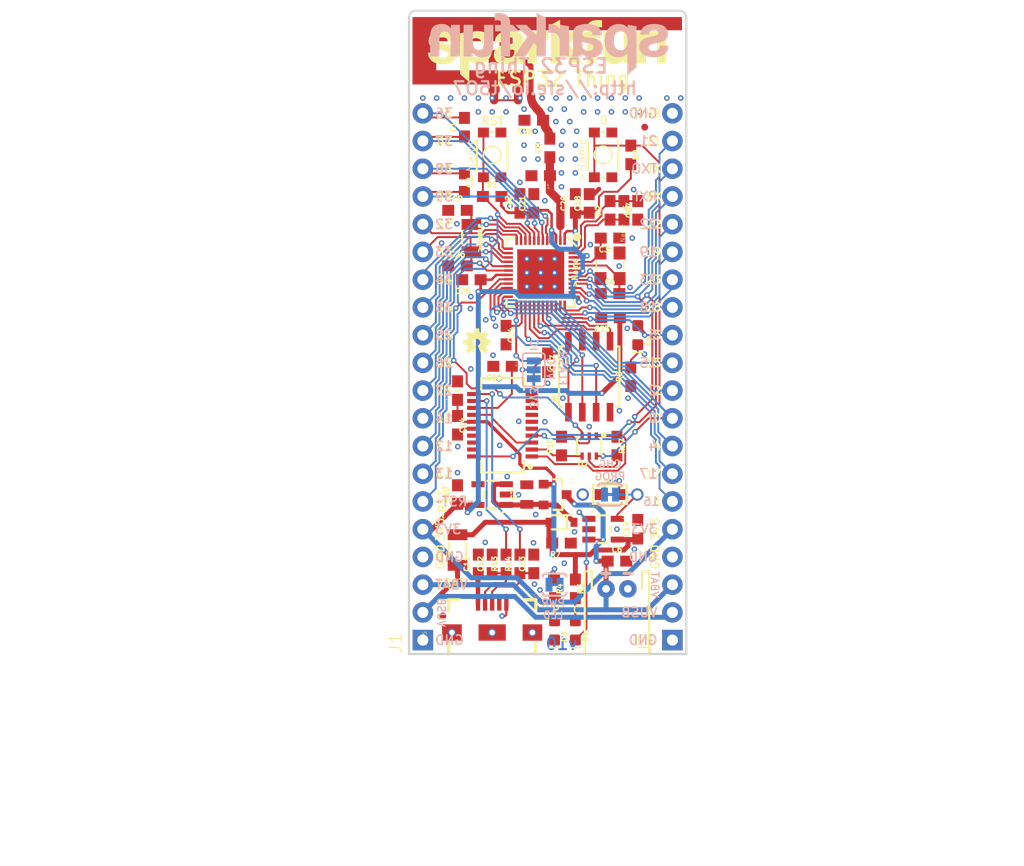
<source format=kicad_pcb>
(kicad_pcb (version 20211014) (generator pcbnew)
  (layers (0 "F.Cu" signal) (31 "B.Cu" signal) (34 "B.Paste" user) (35 "F.Paste" user) (36 "B.SilkS" user "B.Silkscreen") (37 "F.SilkS" user "F.Silkscreen") (38 "B.Mask" user) (39 "F.Mask" user) (44 "Edge.Cuts" user))
  (net 0 "")
  (net 1 "3.3V")
  (net 2 "CHIP_PU")
  (net 3 "GND")
  (net 4 "LNA_IN")
  (net 5 "32K_XP")
  (net 6 "32K_XN")
  (net 7 "34")
  (net 8 "35")
  (net 9 "39")
  (net 10 "38")
  (net 11 "36")
  (net 12 "37")
  (net 13 "CAP_10N")
  (net 14 "15")
  (net 15 "14")
  (net 16 "13")
  (net 17 "12")
  (net 18 "FLASH_SWP")
  (net 19 "FLASH_SHD")
  (net 20 "FLASH_SDI")
  (net 21 "FLASH_SDO")
  (net 22 "FLASH_SCK")
  (net 23 "FLASH_SCS")
  (net 24 "N$11")
  (net 25 "FLASH_VDD")
  (net 26 "27")
  (net 27 "26")
  (net 28 "22")
  (net 29 "21")
  (net 30 "19")
  (net 31 "18")
  (net 32 "16")
  (net 33 "5")
  (net 34 "4")
  (net 35 "2")
  (net 36 "U0RXD")
  (net 37 "U0TXD")
  (net 38 "25")
  (net 39 "TRACE_ANT")
  (net 40 "DTR")
  (net 41 "V_USB")
  (net 42 "D-")
  (net 43 "D+")
  (net 44 "VUSB-RAW")
  (net 45 "N$7")
  (net 46 "N$8")
  (net 47 "3.3V_F")
  (net 48 "VIN")
  (net 49 "RTS")
  (net 50 "SHIELD")
  (net 51 "N$9")
  (net 52 "N$14")
  (net 53 "V_BATT")
  (net 54 "N$16")
  (net 55 "N$10")
  (net 56 "N$12")
  (net 57 "N$13")
  (net 58 "N$15")
  (net 59 "0")
  (net 60 "17")
  (net 61 "N$2")
  (net 62 "N$3")
  (net 63 "N$17")
  (net 64 "23")
  (net 65 "N$1")
  (net 66 "N$4")
  (footprint "esp32-thing:0603" (layer "F.Cu") (at 144.6911 126.2126 90)
    (fp_text reference "R13")
    (fp_text value "27")
  )
  (footprint "esp32-thing:QFN48-0.4MM" (layer "F.Cu") (at 147.8661 99.5426 -90)
    (fp_text reference "U2" hide)
    (fp_text value "ESP3212" hide)
  )
  (footprint "esp32-thing:LED-0603" (layer "F.Cu") (at 151.0411 132.3086 180)
    (fp_text reference "D1")
    (fp_text value "Yellow")
  )
  (footprint "esp32-thing:SSOP20_L" (layer "F.Cu") (at 144.3736 113.5126 90)
    (fp_text reference "U4")
    (fp_text value "FT231XS")
  )
  (footprint "esp32-thing:0603" (layer "F.Cu") (at 140.2461 93.8276)
    (fp_text reference "C9")
    (fp_text value "15pF")
  )
  (footprint "esp32-thing:CREATIVE_COMMONS" (layer "F.Cu") (at 118.6561 153.5176)
    (fp_text reference "FRAME1" hide)
    (fp_text value "FRAME-LEDGER" hide)
  )
  (footprint "esp32-thing:0603" (layer "F.Cu") (at 143.4211 126.2126 90)
    (fp_text reference "C12")
    (fp_text value "47pF")
  )
  (footprint "esp32-thing:0603" (layer "F.Cu") (at 147.2311 93.1926 90)
    (fp_text reference "C21")
    (fp_text value "0.1uF")
  )
  (footprint "esp32-thing:0603" (layer "F.Cu") (at 143.4211 92.5576)
    (fp_text reference "R1")
    (fp_text value "10k")
  )
  (footprint "esp32-thing:0603" (layer "F.Cu") (at 140.2461 113.5126 -90)
    (fp_text reference "C14")
    (fp_text value "0.1uF")
  )
  (footprint "esp32-thing:SOIC-8" (layer "F.Cu") (at 152.3111 109.0676)
    (fp_text reference "U5")
    (fp_text value "W25Q32FVSS")
  )
  (footprint "esp32-thing:0603" (layer "F.Cu") (at 145.9611 126.2126 90)
    (fp_text reference "R14")
    (fp_text value "27")
  )
  (footprint "esp32-thing:LED-0603" (layer "F.Cu") (at 156.7561 105.2576 180)
    (fp_text reference "D4")
    (fp_text value "BLUE")
  )
  (footprint "esp32-thing:0603" (layer "F.Cu") (at 154.2161 119.8626)
    (fp_text reference "R6")
    (fp_text value "2.0k")
  )
  (footprint "esp32-thing:0603" (layer "F.Cu") (at 156.1211 88.7476 -90)
    (fp_text reference "R9")
    (fp_text value "10k")
  )
  (footprint "esp32-thing:CRYSTAL-SMD-3.2X1.5MM" (layer "F.Cu") (at 141.5161 96.3676 -90)
    (fp_text reference "Y2" hide)
    (fp_text value "32.768kHz" hide)
  )
  (footprint "esp32-thing:TRACE_ANTENNA_2.4GHZ_25.7MM_TUNED" (layer "F.Cu") (at 146.9771 83.0326)
    (fp_text reference "E1" hide)
    (fp_text value "ANTENNA" hide)
  )
  (footprint "esp32-thing:0603" (layer "F.Cu") (at 141.5161 100.1776 180)
    (fp_text reference "C25")
    (fp_text value "0.1uF")
  )
  (footprint "esp32-thing:0603" (layer "F.Cu") (at 154.2161 93.8276 90)
    (fp_text reference "R2")
    (fp_text value "20k")
  )
  (footprint "esp32-thing:OSHW-LOGO-MINI" (layer "F.Cu") (at 142.0241 105.8926)
    (fp_text reference "LOGO2" hide)
    (fp_text value "OSHW-LOGOMINI" hide)
  )
  (footprint "esp32-thing:0603" (layer "F.Cu") (at 156.1211 109.0676 90)
    (fp_text reference "R8")
    (fp_text value "330")
  )
  (footprint "esp32-thing:0603" (layer "F.Cu") (at 154.8511 115.4176 -90)
    (fp_text reference "R17")
    (fp_text value "10k")
  )
  (footprint "esp32-thing:0603" (layer "F.Cu") (at 156.7561 93.8276 90)
    (fp_text reference "C5")
    (fp_text value "10nF")
  )
  (footprint "esp32-thing:LED-0603" (layer "F.Cu") (at 149.1361 132.3086 180)
    (fp_text reference "D3")
    (fp_text value "RED")
  )
  (footprint "esp32-thing:0603" (layer "F.Cu") (at 149.7711 115.4176 90)
    (fp_text reference "R18")
    (fp_text value "10k")
  )
  (footprint "esp32-thing:0603" (layer "F.Cu") (at 148.7043 88.1126 90)
    (fp_text reference "C8")
    (fp_text value "5.6pF")
  )
  (footprint "esp32-thing:SOT23-3" (layer "F.Cu") (at 149.1361 119.8626 -90)
    (fp_text reference "Q1")
    (fp_text value "2.5A/30V")
  )
  (footprint "esp32-thing:0603" (layer "F.Cu") (at 144.3736 108.1151 180)
    (fp_text reference "C16")
    (fp_text value "0.1uF")
  )
  (footprint "esp32-thing:0603" (layer "F.Cu") (at 149.1361 128.4986 -90)
    (fp_text reference "R4")
    (fp_text value "1K")
  )
  (footprint "esp32-thing:MICRO-FIDUCIAL" (layer "F.Cu") (at 157.3911 86.2076)
    (fp_text reference "FD2" hide)
    (fp_text value "FIDUCIALUFIDUCIAL" hide)
  )
  (footprint "esp32-thing:PTC-1206" (layer "F.Cu") (at 140.2461 124.9426 90)
    (fp_text reference "F1" hide)
    (fp_text value "500mA" hide)
  )
  (footprint "esp32-thing:0603" (layer "F.Cu") (at 151.0411 128.4986 -90)
    (fp_text reference "R3")
    (fp_text value "1K")
  )
  (footprint "esp32-thing:0603" (layer "F.Cu") (at 151.0411 93.1926 90)
    (fp_text reference "C20")
    (fp_text value "0.1uF")
  )
  (footprint "esp32-thing:0603" (layer "F.Cu") (at 140.2461 119.8626 90)
    (fp_text reference "C10")
    (fp_text value "2.2uF")
  )
  (footprint "esp32-thing:0603" (layer "F.Cu") (at 145.9611 93.1926 90)
    (fp_text reference "C22")
    (fp_text value "10uF")
  )
  (footprint "esp32-thing:0603" (layer "F.Cu") (at 144.6911 105.2576 -90)
    (fp_text reference "C24")
    (fp_text value "1.0uF")
  )
  (footprint "esp32-thing:0603" (layer "F.Cu") (at 140.8811 91.2876 -90)
    (fp_text reference "C2")
    (fp_text value "270pF")
  )
  (footprint "esp32-thing:0603-CAP" (layer "F.Cu") (at 140.2461 110.3376 90)
    (fp_text reference "C15")
    (fp_text value "4.7uF")
  )
  (footprint "esp32-thing:SFE_LOGO_NAME_.2" (layer "F.Cu") (at 137.5791 82.0166)
    (fp_text reference "LOGO1" hide)
    (fp_text value "SFE_LOGO_NAME.2_INCH" hide)
  )
  (footprint "esp32-thing:0603" (layer "F.Cu") (at 156.7561 123.0376 90)
    (fp_text reference "C19")
    (fp_text value "4.7uF")
  )
  (footprint "esp32-thing:SOT23-5" (layer "F.Cu") (at 153.5811 123.0376 -90)
    (fp_text reference "U1")
    (fp_text value "MCP73831")
  )
  (footprint "esp32-thing:0805" (layer "F.Cu") (at 146.5961 119.8626 90)
    (fp_text reference "C7")
    (fp_text value "1.0uF")
  )
  (footprint "esp32-thing:0603" (layer "F.Cu") (at 140.8811 86.2076 90)
    (fp_text reference "C1")
    (fp_text value "270pF")
  )
  (footprint "esp32-thing:JST-2-PTH" (layer "F.Cu") (at 154.8511 128.4986 180)
    (fp_text reference "JP2" hide)
    (fp_text value "LiPo" hide)
  )
  (footprint "esp32-thing:0603" (layer "F.Cu") (at 154.2669 103.6574 180)
    (fp_text reference "C23")
    (fp_text value "0.1uF")
  )
  (footprint "esp32-thing:1X20_NOSILK" (layer "F.Cu") (at 137.0711 133.1976 90)
    (fp_text reference "J1")
    (fp_text value "")
  )
  (footprint "esp32-thing:0603" (layer "F.Cu") (at 147.8661 90.6526 180)
    (fp_text reference "L1")
    (fp_text value "2.7nH")
  )
  (footprint "esp32-thing:TACTILE_SWITCH_SMD_4.6X2.8MM" (layer "F.Cu") (at 143.4211 88.7476 90)
    (fp_text reference "S1" hide)
    (fp_text value "RESET" hide)
  )
  (footprint "esp32-thing:0603" (layer "F.Cu") (at 147.2311 85.5726 180)
    (fp_text reference "C28")
    (fp_text value "2.4pF")
  )
  (footprint "esp32-thing:0603" (layer "F.Cu") (at 154.2161 96.3676 180)
    (fp_text reference "C3")
    (fp_text value "10pF")
  )
  (footprint "esp32-thing:0603" (layer "F.Cu") (at 152.3111 93.1926 90)
    (fp_text reference "C18")
    (fp_text value "100pF")
  )
  (footprint "esp32-thing:SOD-323" (layer "F.Cu") (at 149.7711 122.4026 180)
    (fp_text reference "D2")
    (fp_text value "BAT20J")
  )
  (footprint "esp32-thing:SC70-6" (layer "F.Cu") (at 152.3111 115.4176 180)
    (fp_text reference "Q2")
    (fp_text value "MBT3904DW1T1")
  )
  (footprint "esp32-thing:1_6W-RES" (layer "F.Cu") (at 154.2161 119.8626)
    (fp_text reference "R5")
    (fp_text value "DNP" hide)
  )
  (footprint "esp32-thing:0603" (layer "F.Cu") (at 142.1511 126.2126 90)
    (fp_text reference "C11")
    (fp_text value "0.1uF")
  )
  (footprint "esp32-thing:0603" (layer "F.Cu") (at 149.7711 124.3076 180)
    (fp_text reference "R7")
    (fp_text value "10k")
  )
  (footprint "esp32-thing:MICRO-FIDUCIAL" (layer "F.Cu") (at 138.8999 130.9878)
    (fp_text reference "FD1" hide)
    (fp_text value "FIDUCIALUFIDUCIAL" hide)
  )
  (footprint "esp32-thing:0603" (layer "F.Cu") (at 154.2161 101.4476)
    (fp_text reference "C4")
    (fp_text value "10pF")
  )
  (footprint "esp32-thing:CRYSTAL-SMD-3.2X2.5" (layer "F.Cu") (at 154.2161 98.9076 -90)
    (fp_text reference "Y1" hide)
    (fp_text value "26MHz" hide)
  )
  (footprint "esp32-thing:0603" (layer "F.Cu") (at 147.2311 126.2126 90)
    (fp_text reference "C13")
    (fp_text value "47pF")
  )
  (footprint "esp32-thing:SOT23-5" (layer "F.Cu") (at 143.4211 119.8626 90)
    (fp_text reference "U3")
    (fp_text value "AP2112K-3.3V")
  )
  (footprint "esp32-thing:0603" (layer "F.Cu") (at 154.8511 125.9586)
    (fp_text reference "C6")
    (fp_text value "4.7uF")
  )
  (footprint "esp32-thing:0603" (layer "F.Cu") (at 140.2461 98.9076)
    (fp_text reference "C26")
    (fp_text value "15pF")
  )
  (footprint "esp32-thing:0603" (layer "F.Cu") (at 148.5011 107.7976 -90)
    (fp_text reference "C17")
    (fp_text value "0.1uF")
  )
  (footprint "esp32-thing:USB-B-MICRO-SMD_V03" (layer "F.Cu") (at 143.4211 132.4991 90)
    (fp_text reference "JP15")
    (fp_text value "")
  )
  (footprint "esp32-thing:TACTILE_SWITCH_SMD_4.6X2.8MM" (layer "F.Cu") (at 153.5811 88.7476 90)
    (fp_text reference "S2" hide)
    (fp_text value "BTN-0" hide)
  )
  (footprint "esp32-thing:0603" (layer "F.Cu") (at 155.4861 93.8276 -90)
    (fp_text reference "C27")
    (fp_text value "3.0nF")
  )
  (footprint "esp32-thing:1X20_NOSILK" (layer "F.Cu") (at 159.9311 133.1976 90)
    (fp_text reference "J2")
    (fp_text value "")
  )
  (footprint "esp32-thing:PAD-JUMPER-3-2OF3_NC_BY_TRACE_YES_SILK_FULL_BOX" (layer "B.Cu") (at 147.2311 108.4326 -90)
    (fp_text reference "SJ3")
    (fp_text value "")
  )
  (footprint "esp32-thing:PAD-JUMPER-2-NC_BY_TRACE_YES_SILK" (layer "B.Cu") (at 154.2161 119.8626)
    (fp_text reference "SJ1")
    (fp_text value "JUMPER-PAD-2-NC_BY_TRACE")
  )
  (footprint "esp32-thing:SFE_LOGO_NAME_.2" (layer "B.Cu") (at 159.5501 81.3816 180)
    (fp_text reference "LOGO3" hide)
    (fp_text value "SFE_LOGO_NAME.2_INCH" hide)
  )
  (footprint "esp32-thing:PAD-JUMPER-2-NC_BY_TRACE_YES_SILK" (layer "B.Cu") (at 149.1361 128.1176)
    (fp_text reference "SJ2")
    (fp_text value "JUMPER-PAD-2-NC_BY_TRACE")
  )
  (gr_line (start 153.8351 127.4572) (end 153.8351 126.6952) (layer "B.SilkS") (width 0.254))
  (gr_line (start 155.4861 127.0762) (end 156.2481 127.0762) (layer "B.SilkS") (width 0.254))
  (gr_line (start 154.2161 127.0762) (end 153.4541 127.0762) (layer "B.SilkS") (width 0.254))
  (gr_line (start 153.8351 127.4699) (end 153.8351 126.7079) (layer "F.SilkS") (width 0.254))
  (gr_line (start 154.2161 127.0889) (end 153.4541 127.0889) (layer "F.SilkS") (width 0.254))
  (gr_line (start 156.2481 127.0762) (end 155.4861 127.0762) (layer "F.SilkS") (width 0.254))
  (gr_arc (start 160.5661 75.5396) (mid 161.015113 75.725587) (end 161.2011 76.1746) (layer "Edge.Cuts") (width 0.2032))
  (gr_line (start 136.4361 75.5396) (end 160.5661 75.5396) (layer "Edge.Cuts") (width 0.2032))
  (gr_line (start 135.8011 134.4676) (end 135.8011 76.1746) (layer "Edge.Cuts") (width 0.2032))
  (gr_line (start 161.2011 134.4676) (end 135.8011 134.4676) (layer "Edge.Cuts") (width 0.2032))
  (gr_line (start 161.2011 76.1746) (end 161.2011 134.4676) (layer "Edge.Cuts") (width 0.2032))
  (gr_arc (start 135.8011 76.1746) (mid 135.987087 75.725587) (end 136.4361 75.5396) (layer "Edge.Cuts") (width 0.2032))
  (gr_text "v10" (at 149.7711 134.1628) (layer "B.Cu") (effects (font (size 1.0795 1.0795) (thickness 0.1905)) (justify bottom mirror)))
  (gr_text "15" (at 158.6611 107.7976) (layer "B.SilkS") (effects (font (size 0.8636 0.8636) (thickness 0.1524)) (justify left mirror)))
  (gr_text "http://sfe.io/t5O7" (at 148.2471 82.6516) (layer "B.SilkS") (effects (font (size 1.18745 1.18745) (thickness 0.20955)) (justify mirror)))
  (gr_text "3V3" (at 138.0871 123.0376) (layer "B.SilkS") (effects (font (size 0.8636 0.8636) (thickness 0.1524)) (justify right mirror)))
  (gr_text "0" (at 158.6611 112.8776) (layer "B.SilkS") (effects (font (size 0.8636 0.8636) (thickness 0.1524)) (justify left mirror)))
  (gr_text "19" (at 158.6611 97.6376) (layer "B.SilkS") (effects (font (size 0.8636 0.8636) (thickness 0.1524)) (justify left mirror)))
  (gr_text "GND" (at 158.6611 125.5776) (layer "B.SilkS") (effects (font (size 0.8636 0.8636) (thickness 0.1524)) (justify left mirror)))
  (gr_text "3V3" (at 147.2311 109.9566 -90) (layer "B.SilkS") (effects (font (size 0.69088 0.69088) (thickness 0.12192)) (justify right mirror)))
  (gr_text "2" (at 158.6611 110.3376) (layer "B.SilkS") (effects (font (size 0.8636 0.8636) (thickness 0.1524)) (justify left mirror)))
  (gr_text "VUSB" (at 158.6611 130.6576) (layer "B.SilkS") (effects (font (size 0.8636 0.8636) (thickness 0.1524)) (justify left mirror)))
  (gr_text "37" (at 138.0871 87.4776) (layer "B.SilkS") (effects (font (size 0.8636 0.8636) (thickness 0.1524)) (justify right mirror)))
  (gr_text "22" (at 158.6611 95.0976) (layer "B.SilkS") (effects (font (size 0.8636 0.8636) (thickness 0.1524)) (justify left mirror)))
  (gr_text "36" (at 138.0871 84.9376) (layer "B.SilkS") (effects (font (size 0.8636 0.8636) (thickness 0.1524)) (justify right mirror)))
  (gr_text "VBAT" (at 138.0871 128.1176) (layer "B.SilkS") (effects (font (size 0.8636 0.8636) (thickness 0.1524)) (justify right mirror)))
  (gr_text "VBAT" (at 158.7246 128.1176 -90) (layer "B.SilkS") (effects (font (size 0.69088 0.69088) (thickness 0.12192)) (justify top mirror)))
  (gr_text "38" (at 138.0871 90.0176) (layer "B.SilkS") (effects (font (size 0.8636 0.8636) (thickness 0.1524)) (justify right mirror)))
  (gr_text "GND" (at 138.0871 125.5776) (layer "B.SilkS") (effects (font (size 0.8636 0.8636) (thickness 0.1524)) (justify right mirror)))
  (gr_text "5" (at 158.6611 105.2576) (layer "B.SilkS") (effects (font (size 0.8636 0.8636) (thickness 0.1524)) (justify left mirror)))
  (gr_text "GND" (at 138.0871 133.1976) (layer "B.SilkS") (effects (font (size 0.8636 0.8636) (thickness 0.1524)) (justify right mirror)))
  (gr_text "14" (at 138.0871 112.8776) (layer "B.SilkS") (effects (font (size 0.8636 0.8636) (thickness 0.1524)) (justify right mirror)))
  (gr_text "25" (at 138.0871 105.2576) (layer "B.SilkS") (effects (font (size 0.8636 0.8636) (thickness 0.1524)) (justify right mirror)))
  (gr_text "17" (at 158.6611 117.9576) (layer "B.SilkS") (effects (font (size 0.8636 0.8636) (thickness 0.1524)) (justify left mirror)))
  (gr_text "GND" (at 158.6611 84.9376) (layer "B.SilkS") (effects (font (size 0.8636 0.8636) (thickness 0.1524)) (justify left mirror)))
  (gr_text "ESP32 Thing" (at 147.8661 79.8576) (layer "B.SilkS") (effects (font (size 1.2954 1.2954) (thickness 0.2286)) (justify top mirror)))
  (gr_text "RXI" (at 158.6611 92.5576) (layer "B.SilkS") (effects (font (size 0.8636 0.8636) (thickness 0.1524)) (justify left mirror)))
  (gr_text "VUSB" (at 138.3411 130.6576 -90) (layer "B.SilkS") (effects (font (size 0.69088 0.69088) (thickness 0.12192)) (justify bottom mirror)))
  (gr_text "39" (at 138.0871 92.5576) (layer "B.SilkS") (effects (font (size 0.8636 0.8636) (thickness 0.1524)) (justify right mirror)))
  (gr_text "32" (at 138.0871 95.0976) (layer "B.SilkS") (effects (font (size 0.8636 0.8636) (thickness 0.1524)) (justify right mirror)))
  (gr_text "18" (at 158.6611 102.7176) (layer "B.SilkS") (effects (font (size 0.8636 0.8636) (thickness 0.1524)) (justify left mirror)))
  (gr_text "GND" (at 158.6611 133.1976) (layer "B.SilkS") (effects (font (size 0.8636 0.8636) (thickness 0.1524)) (justify left mirror)))
  (gr_text "~RST~" (at 138.0871 120.4976) (layer "B.SilkS") (effects (font (size 0.8636 0.8636) (thickness 0.1524)) (justify right mirror)))
  (gr_text "23" (at 158.6611 100.1776) (layer "B.SilkS") (effects (font (size 0.8636 0.8636) (thickness 0.1524)) (justify left mirror)))
  (gr_text "34" (at 138.0871 100.1776) (layer "B.SilkS") (effects (font (size 0.8636 0.8636) (thickness 0.1524)) (justify right mirror)))
  (gr_text "CHG\nPROG" (at 154.2161 118.5926) (layer "B.SilkS") (effects (font (size 0.69088 0.69088) (thickness 0.12192)) (justify bottom mirror)))
  (gr_text "FLASH\nVCC" (at 148.3741 108.3056 -90) (layer "B.SilkS") (effects (font (size 0.69088 0.69088) (thickness 0.12192)) (justify bottom mirror)))
  (gr_text "12" (at 138.0871 115.4176) (layer "B.SilkS") (effects (font (size 0.8636 0.8636) (thickness 0.1524)) (justify right mirror)))
  (gr_text "TXO" (at 158.6611 90.0176) (layer "B.SilkS") (effects (font (size 0.8636 0.8636) (thickness 0.1524)) (justify left mirror)))
  (gr_text "35" (at 138.0871 102.7176) (layer "B.SilkS") (effects (font (size 0.8636 0.8636) (thickness 0.1524)) (justify right mirror)))
  (gr_text "3V3" (at 158.6611 123.0376) (layer "B.SilkS") (effects (font (size 0.8636 0.8636) (thickness 0.1524)) (justify left mirror)))
  (gr_text "33" (at 138.0871 97.6376) (layer "B.SilkS") (effects (font (size 0.8636 0.8636) (thickness 0.1524)) (justify right mirror)))
  (gr_text "26" (at 138.0871 107.7976) (layer "B.SilkS") (effects (font (size 0.8636 0.8636) (thickness 0.1524)) (justify right mirror)))
  (gr_text "21" (at 158.6611 87.4776) (layer "B.SilkS") (effects (font (size 0.8636 0.8636) (thickness 0.1524)) (justify left mirror)))
  (gr_text "PWR\nLED" (at 149.0091 129.3876) (layer "B.SilkS") (effects (font (size 0.69088 0.69088) (thickness 0.12192)) (justify top mirror)))
  (gr_text "IC" (at 147.2311 106.7816 -90) (layer "B.SilkS") (effects (font (size 0.69088 0.69088) (thickness 0.12192)) (justify left mirror)))
  (gr_text "4" (at 158.6611 115.4176) (layer "B.SilkS") (effects (font (size 0.8636 0.8636) (thickness 0.1524)) (justify left mirror)))
  (gr_text "13" (at 138.0871 117.9576) (layer "B.SilkS") (effects (font (size 0.8636 0.8636) (thickness 0.1524)) (justify right mirror)))
  (gr_text "16" (at 158.8008 120.4976) (layer "B.SilkS") (effects (font (size 0.75565 0.75565) (thickness 0.13335)) (justify left mirror)))
  (gr_text "27" (at 138.0871 110.3376) (layer "B.SilkS") (effects (font (size 0.8636 0.8636) (thickness 0.1524)) (justify right mirror)))
  (gr_text "17" (at 159.004 117.9576) (layer "F.SilkS") (effects (font (size 0.75565 0.75565) (thickness 0.13335)) (justify right)))
  (gr_text "VBAT" (at 138.2141 127.9906) (layer "F.SilkS") (effects (font (size 0.75565 0.75565) (thickness 0.13335)) (justify left)))
  (gr_text "22" (at 159.0294 95.0976) (layer "F.SilkS") (effects (font (size 0.75565 0.75565) (thickness 0.13335)) (justify right)))
  (gr_text "RST" (at 143.4846 86.0806) (layer "F.SilkS") (effects (font (size 0.75565 0.75565) (thickness 0.13335)) (justify bottom)))
  (gr_text "36" (at 138.2141 84.9376) (layer "F.SilkS") (effects (font (size 0.75565 0.75565) (thickness 0.13335)) (justify left)))
  (gr_text "21" (at 159.004 87.4776) (layer "F.SilkS") (effects (font (size 0.75565 0.75565) (thickness 0.13335)) (justify right)))
  (gr_text "25" (at 138.2141 105.2576) (layer "F.SilkS") (effects (font (size 0.75565 0.75565) (thickness 0.13335)) (justify left)))
  (gr_text "34" (at 138.2141 100.1776) (layer "F.SilkS") (effects (font (size 0.75565 0.75565) (thickness 0.13335)) (justify left)))
  (gr_text "TX" (at 159.004 90.0176) (layer "F.SilkS") (effects (font (size 0.75565 0.75565) (thickness 0.13335)) (justify right)))
  (gr_text "23" (at 159.004 100.1776) (layer "F.SilkS") (effects (font (size 0.75565 0.75565) (thickness 0.13335)) (justify right)))
  (gr_text "GND" (at 158.9278 84.9376) (layer "F.SilkS") (effects (font (size 0.75565 0.75565) (thickness 0.13335)) (justify right)))
  (gr_text "0" (at 159.004 112.8776) (layer "F.SilkS") (effects (font (size 0.75565 0.75565) (thickness 0.13335)) (justify right)))
  (gr_text "26" (at 138.2141 107.7976) (layer "F.SilkS") (effects (font (size 0.75565 0.75565) (thickness 0.13335)) (justify left)))
  (gr_text "14" (at 138.1887 112.8776) (layer "F.SilkS") (effects (font (size 0.75565 0.75565) (thickness 0.13335)) (justify left)))
  (gr_text "P" (at 149.2631 130.8227) (layer "F.SilkS") (effects (font (size 0.69088 0.69088) (thickness 0.12192)) (justify bottom)))
  (gr_text "13" (at 138.2141 117.8306) (layer "F.SilkS") (effects (font (size 0.75565 0.75565) (thickness 0.13335)) (justify left)))
  (gr_text "RX" (at 159.0548 92.5576) (layer "F.SilkS") (effects (font (size 0.75565 0.75565) (thickness 0.13335)) (justify right)))
  (gr_text "GND" (at 158.8135 125.5776 90) (layer "F.SilkS") (effects (font (size 0.75565 0.75565) (thickness 0.13335)) (justify bottom)))
  (gr_text "3V3" (at 158.8135 123.0376 90) (layer "F.SilkS") (effects (font (size 0.75565 0.75565) (thickness 0.13335)) (justify bottom)))
  (gr_text "16" (at 159.004 120.4976) (layer "F.SilkS") (effects (font (size 0.75565 0.75565) (thickness 0.13335)) (justify right)))
  (gr_text "18" (at 159.004 102.7176) (layer "F.SilkS") (effects (font (size 0.75565 0.75565) (thickness 0.13335)) (justify right)))
  (gr_text "GND" (at 138.2141 125.5776 90) (layer "F.SilkS") (effects (font (size 0.75565 0.75565) (thickness 0.13335)) (justify top)))
  (gr_text "3V3" (at 138.2141 123.0376 90) (layer "F.SilkS") (effects (font (size 0.75565 0.75565) (thickness 0.13335)) (justify top)))
  (gr_text "39" (at 138.2141 92.5576) (layer "F.SilkS") (effects (font (size 0.75565 0.75565) (thickness 0.13335)) (justify left)))
  (gr_text "0" (at 153.6446 86.0171) (layer "F.SilkS") (effects (font (size 0.75565 0.75565) (thickness 0.13335)) (justify bottom)))
  (gr_text "12" (at 138.1887 115.4176) (layer "F.SilkS") (effects (font (size 0.75565 0.75565) (thickness 0.13335)) (justify left)))
  (gr_text "2" (at 159.004 110.3376) (layer "F.SilkS") (effects (font (size 0.75565 0.75565) (thickness 0.13335)) (justify right)))
  (gr_text "32" (at 138.2141 95.0976) (layer "F.SilkS") (effects (font (size 0.75565 0.75565) (thickness 0.13335)) (justify left)))
  (gr_text "C" (at 151.1681 130.8227) (layer "F.SilkS") (effects (font (size 0.69088 0.69088) (thickness 0.12192)) (justify bottom)))
  (gr_text "19" (at 159.004 97.6376) (layer "F.SilkS") (effects (font (size 0.75565 0.75565) (thickness 0.13335)) (justify right)))
  (gr_text "38" (at 138.2141 90.0176) (layer "F.SilkS") (effects (font (size 0.75565 0.75565) (thickness 0.13335)) (justify left)))
  (gr_text "~RST~" (at 138.4681 120.4976 90) (layer "F.SilkS") (effects (font (size 0.75565 0.75565) (thickness 0.13335)) (justify top)))
  (gr_text "4" (at 159.004 115.4176) (layer "F.SilkS") (effects (font (size 0.75565 0.75565) (thickness 0.13335)) (justify right)))
  (gr_text "33" (at 138.2141 97.6376) (layer "F.SilkS") (effects (font (size 0.75565 0.75565) (thickness 0.13335)) (justify left)))
  (gr_text "5" (at 159.004 105.2576) (layer "F.SilkS") (effects (font (size 0.75565 0.75565) (thickness 0.13335)) (justify right)))
  (gr_text "15" (at 159.004 107.7976) (layer "F.SilkS") (effects (font (size 0.75565 0.75565) (thickness 0.13335)) (justify right)))
  (gr_text "27" (at 138.1887 110.3376) (layer "F.SilkS") (effects (font (size 0.75565 0.75565) (thickness 0.13335)) (justify left)))
  (gr_text "ESP32 Thing" (at 149.8981 81.0006) (layer "F.SilkS") (effects (font (size 1.2954 1.2954) (thickness 0.2286)) (justify top)))
  (gr_text "35" (at 138.2141 102.7176) (layer "F.SilkS") (effects (font (size 0.75565 0.75565) (thickness 0.13335)) (justify left)))
  (gr_text "37" (at 138.2141 87.4776) (layer "F.SilkS") (effects (font (size 0.75565 0.75565) (thickness 0.13335)) (justify left)))
  (segment (start 147.2311 94.0426) (end 147.4588 93.8149) (width 0.254) (layer "F.Cu") (net 1))
  (segment (start 151.298 101.7426) (end 150.8161 101.7426) (width 0.2286) (layer "F.Cu") (net 1))
  (segment (start 137.9211 123.0376) (end 140.2461 120.7126) (width 0.4572) (layer "F.Cu") (net 1))
  (segment (start 144.9161 99.7426) (end 143.7926 99.7426) (width 0.2286) (layer "F.Cu") (net 1))
  (segment (start 147.4588 93.8149) (end 148.5138 93.8149) (width 0.254) (layer "F.Cu") (net 1))
  (segment (start 144.2711 93.433) (end 144.2711 92.5576) (width 0.254) (layer "F.Cu") (net 1))
  (segment (start 148.8661 96.5926) (end 148.8661 95.6597) (width 0.2286) (layer "F.Cu") (net 1))
  (segment (start 149.2661 96.0597) (end 148.8661 95.6597) (width 0.2286) (layer "F.Cu") (net 1))
  (segment (start 152.6803 94.0426) (end 153.2001 93.5228) (width 0.1778) (layer "F.Cu") (net 1))
  (segment (start 154.9019 92.1258) (end 156.1211 90.9066) (width 0.1778) (layer "F.Cu") (net 1))
  (segment (start 151.0157 95.7326) (end 151.0411 95.7072) (width 0.1778) (layer "F.Cu") (net 1))
  (segment (start 151.0411 94.0426) (end 152.3111 94.0426) (width 0.4064) (layer "F.Cu") (net 1))
  (segment (start 150.0661 96.5926) (end 150.0661 95.9456) (width 0.2286) (layer "F.Cu") (net 1))
  (segment (start 150.8161 99.3426) (end 151.6793 99.3426) (width 0.1778) (layer "F.Cu") (net 1))
  (segment (start 148.8661 94.1672) (end 148.5138 93.8149) (width 0.2286) (layer "F.Cu") (net 1))
  (segment (start 150.2791 95.7326) (end 151.0157 95.7326) (width 0.2286) (layer "F.Cu") (net 1))
  (segment (start 153.2001 92.583) (end 153.6573 92.1258) (width 0.1778) (layer "F.Cu") (net 1))
  (segment (start 142.1511 101.2698) (end 142.3661 101.0548) (width 0.254) (layer "F.Cu") (net 1))
  (segment (start 141.1605 121.4882) (end 141.1605 120.8126) (width 0.4572) (layer "F.Cu") (net 1))
  (segment (start 151.9585 98.1426) (end 152.1079 97.9932) (width 0.2286) (layer "F.Cu") (net 1))
  (segment (start 141.1605 120.8126) (end 140.3461 120.8126) (width 0.4572) (layer "F.Cu") (net 1))
  (segment (start 137.0711 123.0376) (end 137.9211 123.0376) (width 0.4572) (layer "F.Cu") (net 1))
  (segment (start 151.3713 101.8159) (end 151.298 101.7426) (width 0.2286) (layer "F.Cu") (net 1))
  (segment (start 151.3713 102.235) (end 151.3713 101.8159) (width 0.2286) (layer "F.Cu") (net 1))
  (segment (start 153.6573 92.1258) (end 154.9019 92.1258) (width 0.1778) (layer "F.Cu") (net 1))
  (segment (start 151.6793 99.3426) (end 151.7142 99.3775) (width 0.1778) (layer "F.Cu") (net 1))
  (segment (start 142.121 120.8126) (end 141.1605 120.8126) (width 0.4572) (layer "F.Cu") (net 1))
  (segment (start 155.1169 108.9542) (end 155.1169 103.6574) (width 0.4572) (layer "F.Cu") (net 1))
  (segment (start 142.3661 101.0548) (end 142.3661 100.1776) (width 0.254) (layer "F.Cu") (net 1))
  (segment (start 153.4795 110.5916) (end 155.1169 108.9542) (width 0.4572) (layer "F.Cu") (net 1))
  (segment (start 144.8807 94.0426) (end 144.2711 93.433) (width 0.254) (layer "F.Cu") (net 1))
  (segment (start 140.3461 120.8126) (end 140.2461 120.7126) (width 0.1778) (layer "F.Cu") (net 1))
  (segment (start 150.0661 95.9456) (end 150.2791 95.7326) (width 0.2286) (layer "F.Cu") (net 1))
  (segment (start 142.3661 100.1776) (end 143.3576 100.1776) (width 0.2286) (layer "F.Cu") (net 1))
  (segment (start 143.3576 100.1776) (end 143.7926 99.7426) (width 0.2286) (layer "F.Cu") (net 1))
  (segment (start 148.8661 95.6597) (end 148.8661 94.1672) (width 0.2286) (layer "F.Cu") (net 1))
  (segment (start 149.2661 96.5926) (end 149.2661 96.0597) (width 0.2286) (layer "F.Cu") (net 1))
  (segment (start 145.9611 94.0426) (end 144.8807 94.0426) (width 0.254) (layer "F.Cu") (net 1))
  (segment (start 152.3111 94.0426) (end 152.6803 94.0426) (width 0.1778) (layer "F.Cu") (net 1))
  (segment (start 145.9611 94.0426) (end 147.2311 94.0426) (width 0.254) (layer "F.Cu") (net 1))
  (segment (start 155.1051 103.6574) (end 155.1169 103.6574) (width 0.4572) (layer "F.Cu") (net 1))
  (segment (start 151.0411 94.0426) (end 151.0411 95.7072) (width 0.4572) (layer "F.Cu") (net 1))
  (segment (start 150.8161 101.7426) (end 150.9043 101.7426) (width 0.2286) (layer "F.Cu") (net 1))
  (segment (start 142.1511 100.3926) (end 142.3661 100.1776) (width 0.1778) (layer "F.Cu") (net 1))
  (segment (start 153.2001 93.5228) (end 153.2001 92.583) (width 0.1778) (layer "F.Cu") (net 1))
  (segment (start 150.8161 98.1426) (end 151.9585 98.1426) (width 0.2286) (layer "F.Cu") (net 1))
  (segment (start 156.1211 90.9066) (end 156.1211 89.5976) (width 0.1778) (layer "F.Cu") (net 1))
  (via (at 148.8661 95.6597) (size 0.508) (drill 0.254) (layers "F.Cu" "B.Cu") (net 1))
  (via (at 142.1511 101.2698) (size 0.508) (drill 0.254) (layers "F.Cu" "B.Cu") (net 1))
  (via (at 141.1605 121.4882) (size 0.508) (drill 0.254) (layers "F.Cu" "B.Cu") (net 1))
  (via (at 153.4795 110.5916) (size 0.508) (drill 0.254) (layers "F.Cu" "B.Cu") (net 1))
  (via (at 152.1079 97.9932) (size 0.508) (drill 0.254) (layers "F.Cu" "B.Cu") (net 1))
  (via (at 151.0411 95.7072) (size 0.508) (drill 0.254) (layers "F.Cu" "B.Cu") (net 1))
  (via (at 151.7142 99.3775) (size 0.508) (drill 0.254) (layers "F.Cu" "B.Cu") (net 1))
  (via (at 151.3713 102.235) (size 0.508) (drill 0.254) (layers "F.Cu" "B.Cu") (net 1))
  (segment (start 150.8161 101.65261) (end 150.8161 100.2756) (width 0.4572) (layer "B.Cu") (net 1))
  (segment (start 151.0411 97.4344) (end 151.0411 95.7072) (width 0.4572) (layer "B.Cu") (net 1))
  (segment (start 150.8161 100.2756) (end 151.7142 99.3775) (width 0.4572) (layer "B.Cu") (net 1))
  (segment (start 147.2311 110.3376) (end 145.9611 110.3376) (width 0.4572) (layer "B.Cu") (net 1))
  (segment (start 151.3713 102.20781) (end 151.3713 102.235) (width 0.4572) (layer "B.Cu") (net 1))
  (segment (start 150.9903 97.3836) (end 151.0411 97.4344) (width 0.4572) (layer "B.Cu") (net 1))
  (segment (start 155.8671 127.1016) (end 153.5557 127.1016) (width 0.4572) (layer "B.Cu") (net 1))
  (segment (start 142.1511 109.982) (end 142.1511 120.4976) (width 0.4572) (layer "B.Cu") (net 1))
  (segment (start 148.8661 96.7326) (end 148.8661 95.6597) (width 0.4572) (layer "B.Cu") (net 1))
  (segment (start 145.9357 101.7016) (end 150.8161 101.7016) (width 0.4572) (layer "B.Cu") (net 1))
  (segment (start 147.2311 109.2454) (end 147.2311 110.3376) (width 0.254) (layer "B.Cu") (net 1))
  (segment (start 151.7142 99.3775) (end 151.7142 97.9932) (width 0.4064) (layer "B.Cu") (net 1))
  (segment (start 153.5557 127.1016) (end 150.9395 129.7178) (width 0.4572) (layer "B.Cu") (net 1))
  (segment (start 149.8219 129.7178) (end 147.9169 129.7178) (width 0.4572) (layer "B.Cu") (net 1))
  (segment (start 152.1079 97.9932) (end 151.5999 97.9932) (width 0.4572) (layer "B.Cu") (net 1))
  (segment (start 149.6441 129.7178) (end 149.8219 129.7178) (width 0.1778) (layer "B.Cu") (net 1))
  (segment (start 155.8671 127.1016) (end 159.9311 123.0376) (width 0.4572) (layer "B.Cu") (net 1))
  (segment (start 142.1511 109.982) (end 142.1511 101.2698) (width 0.4572) (layer "B.Cu") (net 1))
  (segment (start 150.2283 110.3376) (end 147.2311 110.3376) (width 0.4572) (layer "B.Cu") (net 1))
  (segment (start 145.6055 109.982) (end 142.1511 109.982) (width 0.4572) (layer "B.Cu") (net 1))
  (segment (start 145.9357 101.7016) (end 145.5039 101.2698) (width 0.4572) (layer "B.Cu") (net 1))
  (segment (start 149.5171 97.3836) (end 150.9903 97.3836) (width 0.4572) (layer "B.Cu") (net 1))
  (segment (start 150.8161 101.65261) (end 151.3713 102.20781) (width 0.4572) (layer "B.Cu") (net 1))
  (segment (start 147.9169 129.7178) (end 145.6817 127.4826) (width 0.4572) (layer "B.Cu") (net 1))
  (segment (start 145.6817 127.4826) (end 141.5161 127.4826) (width 0.4572) (layer "B.Cu") (net 1))
  (segment (start 148.8661 96.7326) (end 149.5171 97.3836) (width 0.4572) (layer "B.Cu") (net 1))
  (segment (start 150.9395 129.7178) (end 149.8219 129.7178) (width 0.4572) (layer "B.Cu") (net 1))
  (segment (start 151.0411 95.7072) (end 151.0411 95.9866) (width 0.4572) (layer "B.Cu") (net 1))
  (segment (start 142.1511 120.4976) (end 141.1605 121.4882) (width 0.4572) (layer "B.Cu") (net 1))
  (segment (start 141.5161 127.4826) (end 137.0711 123.0376) (width 0.4572) (layer "B.Cu") (net 1))
  (segment (start 145.6055 109.982) (end 145.9611 110.3376) (width 0.4572) (layer "B.Cu") (net 1))
  (segment (start 150.8161 101.7016) (end 150.8161 101.65261) (width 0.4572) (layer "B.Cu") (net 1))
  (segment (start 151.6761 97.9932) (end 151.5999 97.9932) (width 0.4064) (layer "B.Cu") (net 1))
  (segment (start 142.1511 101.2698) (end 145.5039 101.2698) (width 0.4572) (layer "B.Cu") (net 1))
  (segment (start 151.7142 97.9932) (end 152.1079 97.9932) (width 0.4064) (layer "B.Cu") (net 1))
  (segment (start 149.6441 128.1176) (end 149.6441 129.7178) (width 0.1778) (layer "B.Cu") (net 1))
  (segment (start 153.4795 110.5916) (end 150.4823 110.5916) (width 0.4572) (layer "B.Cu") (net 1))
  (segment (start 150.4823 110.5916) (end 150.2283 110.3376) (width 0.4572) (layer "B.Cu") (net 1))
  (segment (start 151.5999 97.9932) (end 151.0411 97.4344) (width 0.4572) (layer "B.Cu") (net 1))
  (segment (start 146.8661 95.9264) (end 146.8661 96.5926) (width 0.1778) (layer "F.Cu") (net 2))
  (segment (start 145.9992 95.0595) (end 144.78 95.0595) (width 0.1778) (layer "F.Cu") (net 2))
  (segment (start 143.6243 110.1344) (end 141.5161 110.1344) (width 0.1778) (layer "F.Cu") (net 2))
  (segment (start 142.6211 90.7976) (end 142.5711 90.8476) (width 0.1778) (layer "F.Cu") (net 2))
  (segment (start 144.1323 110.6424) (end 143.6243 110.1344) (width 0.1778) (layer "F.Cu") (net 2))
  (segment (start 141.5161 110.1344) (end 141.0843 109.7026) (width 0.1778) (layer "F.Cu") (net 2))
  (segment (start 151.6611 114.4976) (end 151.6611 114.1326) (width 0.1778) (layer "F.Cu") (net 2))
  (segment (start 139.9032 107.569) (end 141.0843 108.7501) (width 0.1778) (layer "F.Cu") (net 2))
  (segment (start 143.9291 93.9156) (end 143.9291 94.2086) (width 0.1778) (layer "F.Cu") (net 2))
  (segment (start 142.5711 90.8476) (end 142.5711 92.5576) (width 0.1778) (layer "F.Cu") (net 2))
  (segment (start 151.6611 114.1326) (end 151.0411 113.5126) (width 0.1778) (layer "F.Cu") (net 2))
  (segment (start 144.78 95.0595) (end 143.9291 94.2086) (width 0.1778) (layer "F.Cu") (net 2))
  (segment (start 142.5711 92.5576) (end 143.9291 93.9156) (width 0.1778) (layer "F.Cu") (net 2))
  (segment (start 141.0843 108.7501) (end 141.0843 109.7026) (width 0.1778) (layer "F.Cu") (net 2))
  (segment (start 146.8661 95.9264) (end 145.9992 95.0595) (width 0.1778) (layer "F.Cu") (net 2))
  (segment (start 142.6211 86.6976) (end 142.6211 90.7976) (width 0.1778) (layer "F.Cu") (net 2))
  (via (at 144.1323 110.6424) (size 0.508) (drill 0.254) (layers "F.Cu" "B.Cu") (net 2))
  (via (at 139.9032 107.569) (size 0.508) (drill 0.254) (layers "F.Cu" "B.Cu") (net 2))
  (via (at 151.0411 113.5126) (size 0.508) (drill 0.254) (layers "F.Cu" "B.Cu") (net 2))
  (via (at 143.9291 94.2086) (size 0.508) (drill 0.254) (layers "F.Cu" "B.Cu") (net 2))
  (segment (start 140.2461 103.3526) (end 140.2461 104.9528) (width 0.1778) (layer "B.Cu") (net 2))
  (segment (start 139.573 107.8992) (end 139.9032 107.569) (width 0.1778) (layer "B.Cu") (net 2))
  (segment (start 143.9037 94.234) (end 143.9291 94.2086) (width 0.1778) (layer "B.Cu") (net 2))
  (segment (start 143.3576 97.2566) (end 143.9037 96.7105) (width 0.1778) (layer "B.Cu") (net 2))
  (segment (start 144.4625 110.9726) (end 144.1323 110.6424) (width 0.1778) (layer "B.Cu") (net 2))
  (segment (start 140.589 103.0097) (end 140.2461 103.3526) (width 0.1778) (layer "B.Cu") (net 2))
  (segment (start 138.5951 116.9035) (end 138.2522 117.2464) (width 0.1778) (layer "B.Cu") (net 2))
  (segment (start 148.5011 110.9726) (end 151.0411 113.5126) (width 0.1778) (layer "B.Cu") (net 2))
  (segment (start 142.6591 99.187) (end 143.3576 98.4885) (width 0.1778) (layer "B.Cu") (net 2))
  (segment (start 144.4625 110.9726) (end 148.5011 110.9726) (width 0.1778) (layer "B.Cu") (net 2))
  (segment (start 140.2715 99.8728) (end 140.2715 102.2604) (width 0.1778) (layer "B.Cu") (net 2))
  (segment (start 138.5951 114.8334) (end 138.5951 116.9035) (width 0.1778) (layer "B.Cu") (net 2))
  (segment (start 138.9126 112.4458) (end 138.9126 114.5159) (width 0.1778) (layer "B.Cu") (net 2))
  (segment (start 139.9032 105.2957) (end 140.2461 104.9528) (width 0.1778) (layer "B.Cu") (net 2))
  (segment (start 143.9037 96.7105) (end 143.9037 94.234) (width 0.1778) (layer "B.Cu") (net 2))
  (segment (start 140.9573 99.187) (end 140.2715 99.8728) (width 0.1778) (layer "B.Cu") (net 2))
  (segment (start 138.2522 117.2464) (end 138.2522 119.3165) (width 0.1778) (layer "B.Cu") (net 2))
  (segment (start 140.9573 99.187) (end 142.6591 99.187) (width 0.1778) (layer "B.Cu") (net 2))
  (segment (start 139.573 109.7153) (end 139.2428 110.0455) (width 0.1778) (layer "B.Cu") (net 2))
  (segment (start 139.2428 112.1156) (end 138.9126 112.4458) (width 0.1778) (layer "B.Cu") (net 2))
  (segment (start 143.3576 98.4885) (end 143.3576 97.2566) (width 0.1778) (layer "B.Cu") (net 2))
  (segment (start 138.9126 114.5159) (end 138.5951 114.8334) (width 0.1778) (layer "B.Cu") (net 2))
  (segment (start 138.2522 119.3165) (end 137.0711 120.4976) (width 0.1778) (layer "B.Cu") (net 2))
  (segment (start 139.2428 110.0455) (end 139.2428 112.1156) (width 0.1778) (layer "B.Cu") (net 2))
  (segment (start 139.9032 107.569) (end 139.9032 105.2957) (width 0.1778) (layer "B.Cu") (net 2))
  (segment (start 140.2715 102.2604) (end 140.589 102.5779) (width 0.1778) (layer "B.Cu") (net 2))
  (segment (start 139.573 107.8992) (end 139.573 109.7153) (width 0.1778) (layer "B.Cu") (net 2))
  (segment (start 140.589 102.5779) (end 140.589 103.0097) (width 0.1778) (layer "B.Cu") (net 2))
  (segment (start 144.7211 129.7741) (end 144.7211 129.0401) (width 0.1778) (layer "F.Cu") (net 3))
  (segment (start 140.7786 113.8301) (end 140.2461 114.3626) (width 0.1778) (layer "F.Cu") (net 3))
  (segment (start 144.3228 130.9878) (end 144.6022 130.9878) (width 0.2032) (layer "F.Cu") (net 3))
  (segment (start 143.5971 83.7438) (end 143.5971 82.8026) (width 0.762) (layer "F.Cu") (net 3))
  (segment (start 152.7293 92.3426) (end 153.2001 91.8718) (width 0.4064) (layer "F.Cu") (net 3))
  (segment (start 141.6939 113.8301) (end 140.7786 113.8301) (width 0.1778) (layer "F.Cu") (net 3))
  (segment (start 152.3111 92.3426) (end 152.7293 92.3426) (width 0.4064) (layer "F.Cu") (net 3))
  (segment (start 144.7165 130.8735) (end 144.7165 129.7305) (width 0.2032) (layer "F.Cu") (net 3))
  (segment (start 145.7971 82.8026) (end 145.7971 83.7438) (width 0.762) (layer "F.Cu") (net 3))
  (segment (start 144.6022 130.9878) (end 144.7165 130.8735) (width 0.2032) (layer "F.Cu") (net 3))
  (segment (start 145.7971 83.7438) (end 143.5971 83.7438) (width 0.1778) (layer "F.Cu") (net 3))
  (via (at 160.6931 83.5406) (size 0.508) (drill 0.254) (layers "F.Cu" "B.Cu") (net 3))
  (via (at 145.0467 93.4466) (size 0.508) (drill 0.254) (layers "F.Cu" "B.Cu") (net 3))
  (via (at 142.8369 103.8606) (size 0.508) (drill 0.254) (layers "F.Cu" "B.Cu") (net 3))
  (via (at 147.9931 83.5406) (size 0.508) (drill 0.254) (layers "F.Cu" "B.Cu") (net 3))
  (via (at 145.9611 91.2622) (size 0.508) (drill 0.254) (layers "F.Cu" "B.Cu") (net 3))
  (via (at 147.6121 87.8586) (size 0.508) (drill 0.254) (layers "F.Cu" "B.Cu") (net 3))
  (via (at 140.2461 117.856) (size 0.508) (drill 0.254) (layers "F.Cu" "B.Cu") (net 3))
  (via (at 147.8661 98.2726) (size 0.508) (drill 0.254) (layers "F.Cu" "B.Cu") (net 3))
  (via (at 154.3431 84.8106) (size 0.508) (drill 0.254) (layers "F.Cu" "B.Cu") (net 3))
  (via (at 142.2527 121.6152) (size 0.508) (drill 0.254) (layers "F.Cu" "B.Cu") (net 3))
  (via (at 152.3111 113.6396) (size 0.508) (drill 0.254) (layers "F.Cu" "B.Cu") (net 3))
  (via (at 155.6131 83.5406) (size 0.508) (drill 0.254) (layers "F.Cu" "B.Cu") (net 3))
  (via (at 142.1511 84.8106) (size 0.508) (drill 0.254) (layers "F.Cu" "B.Cu") (net 3))
  (via (at 155.6131 84.8106) (size 0.508) (drill 0.254) (layers "F.Cu" "B.Cu") (net 3))
  (via (at 148.2471 113.1951) (size 0.508) (drill 0.254) (layers "F.Cu" "B.Cu") (net 3))
  (via (at 141.4272 102.8319) (size 0.508) (drill 0.254) (layers "F.Cu" "B.Cu") (net 3))
  (via (at 156.8831 84.8106) (size 0.508) (drill 0.254) (layers "F.Cu" "B.Cu") (net 3))
  (via (at 141.4653 108.3564) (size 0.508) (drill 0.254) (layers "F.Cu" "B.Cu") (net 3))
  (via (at 144.7927 118.2116) (size 0.508) (drill 0.254) (layers "F.Cu" "B.Cu") (net 3))
  (via (at 147.8661 99.5426) (size 0.508) (drill 0.254) (layers "F.Cu" "B.Cu") (net 3))
  (via (at 147.4089 121.6914) (size 0.508) (drill 0.254) (layers "F.Cu" "B.Cu") (net 3))
  (via (at 150.5331 85.6996) (size 0.508) (drill 0.254) (layers "F.Cu" "B.Cu") (net 3))
  (via (at 146.5961 99.5426) (size 0.508) (drill 0.254) (layers "F.Cu" "B.Cu") (net 3))
  (via (at 147.8026 128.6002) (size 0.508) (drill 0.254) (layers "F.Cu" "B.Cu") (net 3))
  (via (at 148.5011 109.6645) (size 0.508) (drill 0.254) (layers "F.Cu" "B.Cu") (net 3))
  (via (at 149.2631 83.5406) (size 0.508) (drill 0.254) (layers "F.Cu" "B.Cu") (net 3))
  (via (at 159.4231 83.5406) (size 0.508) (drill 0.254) (layers "F.Cu" "B.Cu") (net 3))
  (via (at 145.9611 83.5406) (size 0.508) (drill 0.254) (layers "F.Cu" "B.Cu") (net 3))
  (via (at 150.0251 84.5566) (size 0.508) (drill 0.254) (layers "F.Cu" "B.Cu") (net 3))
  (via (at 156.3751 91.9226) (size 0.508) (drill 0.254) (layers "F.Cu" "B.Cu") (net 3))
  (via (at 151.0411 89.1286) (size 0.508) (drill 0.254) (layers "F.Cu" "B.Cu") (net 3))
  (via (at 155.0543 98.933) (size 0.508) (drill 0.254) (layers "F.Cu" "B.Cu") (net 3))
  (via (at 151.8031 83.5406) (size 0.508) (drill 0.254) (layers "F.Cu" "B.Cu") (net 3))
  (via (at 149.7711 90.3986) (size 0.508) (drill 0.254) (layers "F.Cu" "B.Cu") (net 3))
  (via (at 155.8671 111.0361) (size 0.508) (drill 0.254) (layers "F.Cu" "B.Cu") (net 3))
  (via (at 152.4127 96.9772) (size 0.508) (drill 0.254) (layers "F.Cu" "B.Cu") (net 3))
  (via (at 146.5961 100.8126) (size 0.508) (drill 0.254) (layers "F.Cu" "B.Cu") (net 3))
  (via (at 151.1681 86.5886) (size 0.508) (drill 0.254) (layers "F.Cu" "B.Cu") (net 3))
  (via (at 145.8341 119.888) (size 0.508) (drill 0.254) (layers "F.Cu" "B.Cu") (net 3))
  (via (at 140.8811 83.5406) (size 0.508) (drill 0.254) (layers "F.Cu" "B.Cu") (net 3))
  (via (at 151.8031 84.8106) (size 0.508) (drill 0.254) (layers "F.Cu" "B.Cu") (net 3))
  (via (at 138.3411 83.5406) (size 0.508) (drill 0.254) (layers "F.Cu" "B.Cu") (net 3))
  (via (at 149.8981 86.5886) (size 0.508) (drill 0.254) (layers "F.Cu" "B.Cu") (net 3))
  (via (at 144.6911 83.5406) (size 0.508) (drill 0.254) (layers "F.Cu" "B.Cu") (net 3))
  (via (at 148.2471 92.9386) (size 0.508) (drill 0.254) (layers "F.Cu" "B.Cu") (net 3))
  (via (at 146.3421 87.8586) (size 0.508) (drill 0.254) (layers "F.Cu" "B.Cu") (net 3))
  (via (at 148.7551 84.5566) (size 0.508) (drill 0.254) (layers "F.Cu" "B.Cu") (net 3))
  (via (at 149.1361 99.5426) (size 0.508) (drill 0.254) (layers "F.Cu" "B.Cu") (net 3))
  (via (at 156.4513 124.8664) (size 0.508) (drill 0.254) (layers "F.Cu" "B.Cu") (net 3))
  (via (at 156.2481 96.3676) (size 0.508) (drill 0.254) (layers "F.Cu" "B.Cu") (net 3))
  (via (at 154.3431 83.5406) (size 0.508) (drill 0.254) (layers "F.Cu" "B.Cu") (net 3))
  (via (at 147.3581 86.5886) (size 0.508) (drill 0.254) (layers "F.Cu" "B.Cu") (net 3))
  (via (at 141.4653 101.727) (size 0.508) (drill 0.254) (layers "F.Cu" "B.Cu") (net 3))
  (via (at 156.0449 100.8888) (size 0.508) (drill 0.254) (layers "F.Cu" "B.Cu") (net 3))
  (via (at 142.1511 83.5406) (size 0.508) (drill 0.254) (layers "F.Cu" "B.Cu") (net 3))
  (via (at 149.7711 87.8586) (size 0.508) (drill 0.254) (layers "F.Cu" "B.Cu") (net 3))
  (via (at 143.7259 104.4321) (size 0.508) (drill 0.254) (layers "F.Cu" "B.Cu") (net 3))
  (via (at 143.4211 83.5406) (size 0.508) (drill 0.254) (layers "F.Cu" "B.Cu") (net 3))
  (via (at 144.6911 84.8106) (size 0.508) (drill 0.254) (layers "F.Cu" "B.Cu") (net 3))
  (via (at 146.5961 98.2726) (size 0.508) (drill 0.254) (layers "F.Cu" "B.Cu") (net 3))
  (via (at 156.8831 83.5406) (size 0.508) (drill 0.254) (layers "F.Cu" "B.Cu") (net 3))
  (via (at 144.0561 109.2454) (size 0.508) (drill 0.254) (layers "F.Cu" "B.Cu") (net 3))
  (via (at 149.2631 85.6996) (size 0.508) (drill 0.254) (layers "F.Cu" "B.Cu") (net 3))
  (via (at 150.9649 123.2789) (size 0.508) (drill 0.254) (layers "F.Cu" "B.Cu") (net 3))
  (via (at 147.6121 89.1286) (size 0.508) (drill 0.254) (layers "F.Cu" "B.Cu") (net 3))
  (via (at 144.3228 130.9878) (size 0.508) (drill 0.254) (layers "F.Cu" "B.Cu") (net 3))
  (via (at 149.7711 91.6686) (size 0.508) (drill 0.254) (layers "F.Cu" "B.Cu") (net 3))
  (via (at 138.7856 96.8248) (size 0.508) (drill 0.254) (layers "F.Cu" "B.Cu") (net 3))
  (via (at 151.0411 90.3986) (size 0.508) (drill 0.254) (layers "F.Cu" "B.Cu") (net 3))
  (via (at 140.2715 115.4684) (size 0.508) (drill 0.254) (layers "F.Cu" "B.Cu") (net 3))
  (via (at 147.8661 100.8126) (size 0.508) (drill 0.254) (layers "F.Cu" "B.Cu") (net 3))
  (via (at 150.0251 126.1491) (size 0.508) (drill 0.254) (layers "F.Cu" "B.Cu") (net 3))
  (via (at 153.0731 83.5406) (size 0.508) (drill 0.254) (layers "F.Cu" "B.Cu") (net 3))
  (via (at 157.3657 106.9975) (size 0.508) (drill 0.254) (layers "F.Cu" "B.Cu") (net 3))
  (via (at 154.8511 123.0376) (size 0.508) (drill 0.254) (layers "F.Cu" "B.Cu") (net 3))
  (via (at 143.4973 107.0991) (size 0.508) (drill 0.254) (layers "F.Cu" "B.Cu") (net 3))
  (via (at 146.3421 84.5566) (size 0.508) (drill 0.254) (layers "F.Cu" "B.Cu") (net 3))
  (via (at 151.0411 87.8586) (size 0.508) (drill 0.254) (layers "F.Cu" "B.Cu") (net 3))
  (via (at 146.3421 86.5886) (size 0.508) (drill 0.254) (layers "F.Cu" "B.Cu") (net 3))
  (via (at 147.2946 128.0668) (size 0.508) (drill 0.254) (layers "F.Cu" "B.Cu") (net 3))
  (via (at 139.6111 83.5406) (size 0.508) (drill 0.254) (layers "F.Cu" "B.Cu") (net 3))
  (via (at 144.1196 115.3541) (size 0.508) (drill 0.254) (layers "F.Cu" "B.Cu") (net 3))
  (via (at 142.7861 124.2441) (size 0.508) (drill 0.254) (layers "F.Cu" "B.Cu") (net 3))
  (via (at 149.8981 111.0361) (size 0.508) (drill 0.254) (layers "F.Cu" "B.Cu") (net 3))
  (via (at 137.0711 83.5406) (size 0.508) (drill 0.254) (layers "F.Cu" "B.Cu") (net 3))
  (via (at 149.1361 100.8126) (size 0.508) (drill 0.254) (layers "F.Cu" "B.Cu") (net 3))
  (via (at 140.1953 95.0595) (size 0.508) (drill 0.254) (layers "F.Cu" "B.Cu") (net 3))
  (via (at 153.0731 84.8106) (size 0.508) (drill 0.254) (layers "F.Cu" "B.Cu") (net 3))
  (via (at 155.7909 104.6353) (size 0.508) (drill 0.254) (layers "F.Cu" "B.Cu") (net 3))
  (via (at 155.0797 112.1791) (size 0.508) (drill 0.254) (layers "F.Cu" "B.Cu") (net 3))
  (via (at 146.3421 89.1286) (size 0.508) (drill 0.254) (layers "F.Cu" "B.Cu") (net 3))
  (via (at 147.2057 124.2822) (size 0.508) (drill 0.254) (layers "F.Cu" "B.Cu") (net 3))
  (via (at 150.5331 83.5406) (size 0.508) (drill 0.254) (layers "F.Cu" "B.Cu") (net 3))
  (via (at 143.4211 84.8106) (size 0.508) (drill 0.254) (layers "F.Cu" "B.Cu") (net 3))
  (via (at 149.7711 89.1286) (size 0.508) (drill 0.254) (layers "F.Cu" "B.Cu") (net 3))
  (via (at 145.8595 113.157) (size 0.508) (drill 0.254) (layers "F.Cu" "B.Cu") (net 3))
  (via (at 149.1361 98.2726) (size 0.508) (drill 0.254) (layers "F.Cu" "B.Cu") (net 3))
  (segment (start 149.6661 95.2627) (end 149.6661 93.0436) (width 0.762) (layer "F.Cu") (net 4))
  (segment (start 148.7161 90.6526) (end 148.7043 90.6408) (width 0.1778) (layer "F.Cu") (net 4))
  (segment (start 149.6661 93.0436) (end 148.7161 92.0936) (width 0.762) (layer "F.Cu") (net 4))
  (segment (start 148.7161 92.0936) (end 148.7161 90.6526) (width 0.762) (layer "F.Cu") (net 4))
  (segment (start 148.7043 90.6408) (end 148.7043 88.9626) (width 0.762) (layer "F.Cu") (net 4))
  (segment (start 149.6661 96.5926) (end 149.6661 95.2627) (width 0.1778) (layer "F.Cu") (net 4))
  (segment (start 143.9037 95.631) (end 144.3228 96.0501) (width 0.1778) (layer "F.Cu") (net 5))
  (segment (start 145.6661 96.5926) (end 145.6661 96.1361) (width 0.1778) (layer "F.Cu") (net 5))
  (segment (start 145.5801 96.0501) (end 144.3228 96.0501) (width 0.1778) (layer "F.Cu") (net 5))
  (segment (start 141.0961 93.8276) (end 141.5161 94.2476) (width 0.1778) (layer "F.Cu") (net 5))
  (segment (start 142.4686 95.9231) (end 141.5161 95.9231) (width 0.1778) (layer "F.Cu") (net 5))
  (segment (start 142.7607 95.631) (end 143.9037 95.631) (width 0.1778) (layer "F.Cu") (net 5))
  (segment (start 141.5161 95.9231) (end 137.8966 95.9231) (width 0.1778) (layer "F.Cu") (net 5))
  (segment (start 141.5161 95.1176) (end 141.5161 95.9231) (width 0.1778) (layer "F.Cu") (net 5))
  (segment (start 142.4686 95.9231) (end 142.7607 95.631) (width 0.1778) (layer "F.Cu") (net 5))
  (segment (start 141.5161 94.2476) (end 141.5161 95.1176) (width 0.1778) (layer "F.Cu") (net 5))
  (segment (start 137.8966 95.9231) (end 137.0711 95.0976) (width 0.1778) (layer "F.Cu") (net 5))
  (segment (start 145.6661 96.1361) (end 145.5801 96.0501) (width 0.1778) (layer "F.Cu") (net 5))
  (segment (start 141.4399 96.2787) (end 138.43 96.2787) (width 0.1778) (layer "F.Cu") (net 6))
  (segment (start 141.5161 98.4876) (end 141.5161 97.6176) (width 0.1778) (layer "F.Cu") (net 6))
  (segment (start 144.9161 97.3426) (end 144.5231 97.3426) (width 0.1778) (layer "F.Cu") (net 6))
  (segment (start 141.0961 98.9076) (end 141.5161 98.4876) (width 0.1778) (layer "F.Cu") (net 6))
  (segment (start 141.5161 97.6176) (end 141.4399 97.6176) (width 0.1778) (layer "F.Cu") (net 6))
  (segment (start 141.4399 96.2787) (end 142.5956 96.2787) (width 0.1778) (layer "F.Cu") (net 6))
  (segment (start 144.5231 97.3426) (end 144.3736 97.1931) (width 0.1778) (layer "F.Cu") (net 6))
  (segment (start 143.7767 95.9866) (end 144.3736 96.5835) (width 0.1778) (layer "F.Cu") (net 6))
  (segment (start 138.43 96.2787) (end 137.0711 97.6376) (width 0.1778) (layer "F.Cu") (net 6))
  (segment (start 141.9806 97.6176) (end 141.5161 97.6176) (width 0.1778) (layer "F.Cu") (net 6))
  (segment (start 142.8877 95.9866) (end 143.7767 95.9866) (width 0.1778) (layer "F.Cu") (net 6))
  (segment (start 142.5956 96.2787) (end 142.8877 95.9866) (width 0.1778) (layer "F.Cu") (net 6))
  (segment (start 144.3736 97.1931) (end 144.3736 96.5835) (width 0.1778) (layer "F.Cu") (net 6))
  (segment (start 141.4399 97.6176) (end 141.4399 96.2787) (width 0.1778) (layer "F.Cu") (net 6))
  (segment (start 145.8595 95.3897) (end 144.6022 95.3897) (width 0.1778) (layer "F.Cu") (net 7))
  (segment (start 143.4211 94.7166) (end 143.2687 94.5642) (width 0.1778) (layer "F.Cu") (net 7))
  (segment (start 143.9291 94.7166) (end 143.4211 94.7166) (width 0.1778) (layer "F.Cu") (net 7))
  (segment (start 144.6022 95.3897) (end 143.9291 94.7166) (width 0.1778) (layer "F.Cu") (net 7))
  (segment (start 146.4661 95.9963) (end 145.8595 95.3897) (width 0.1778) (layer "F.Cu") (net 7))
  (segment (start 146.4661 96.5926) (end 146.4661 95.9963) (width 0.1778) (layer "F.Cu") (net 7))
  (via (at 143.2687 94.5642) (size 0.508) (drill 0.254) (layers "F.Cu" "B.Cu") (net 7))
  (segment (start 137.0711 99.5426) (end 142.0495 94.5642) (width 0.1778) (layer "B.Cu") (net 7))
  (segment (start 143.2687 94.5642) (end 142.0495 94.5642) (width 0.1778) (layer "B.Cu") (net 7))
  (segment (start 137.0711 100.1776) (end 137.0711 99.5426) (width 0.1778) (layer "B.Cu") (net 7))
  (segment (start 146.0661 96.0662) (end 145.7198 95.7199) (width 0.1778) (layer "F.Cu") (net 8))
  (segment (start 146.0661 96.5926) (end 146.0661 96.0662) (width 0.1778) (layer "F.Cu") (net 8))
  (segment (start 143.8656 95.123) (end 144.4625 95.7199) (width 0.1778) (layer "F.Cu") (net 8))
  (segment (start 145.7198 95.7199) (end 144.4625 95.7199) (width 0.1778) (layer "F.Cu") (net 8))
  (segment (start 142.875 95.123) (end 143.8656 95.123) (width 0.1778) (layer "F.Cu") (net 8))
  (via (at 142.875 95.123) (size 0.508) (drill 0.254) (layers "F.Cu" "B.Cu") (net 8))
  (segment (start 138.2649 101.5238) (end 138.2649 98.8314) (width 0.1778) (layer "B.Cu") (net 8))
  (segment (start 137.0711 102.7176) (end 138.2649 101.5238) (width 0.1778) (layer "B.Cu") (net 8))
  (segment (start 141.9733 95.123) (end 138.2649 98.8314) (width 0.1778) (layer "B.Cu") (net 8))
  (segment (start 142.875 95.123) (end 141.9733 95.123) (width 0.1778) (layer "B.Cu") (net 8))
  (segment (start 137.4911 92.1376) (end 137.0711 92.5576) (width 0.1778) (layer "F.Cu") (net 9))
  (segment (start 147.2661 96.5926) (end 147.2661 95.8565) (width 0.1778) (layer "F.Cu") (net 9))
  (segment (start 146.6469 95.2373) (end 146.6469 94.996) (width 0.1778) (layer "F.Cu") (net 9))
  (segment (start 140.8811 92.1376) (end 137.4911 92.1376) (width 0.1778) (layer "F.Cu") (net 9))
  (segment (start 147.2661 95.8565) (end 146.6469 95.2373) (width 0.1778) (layer "F.Cu") (net 9))
  (via (at 146.6469 94.996) (size 0.508) (drill 0.254) (layers "F.Cu" "B.Cu") (net 9))
  (segment (start 146.6469 94.2848) (end 144.9197 92.5576) (width 0.1778) (layer "B.Cu") (net 9))
  (segment (start 144.9197 92.5576) (end 137.0711 92.5576) (width 0.1778) (layer "B.Cu") (net 9))
  (segment (start 146.6469 94.996) (end 146.6469 94.2848) (width 0.1778) (layer "B.Cu") (net 9))
  (segment (start 137.4911 90.4376) (end 137.0711 90.0176) (width 0.1778) (layer "F.Cu") (net 10))
  (segment (start 147.6661 95.7866) (end 147.3073 95.4278) (width 0.1778) (layer "F.Cu") (net 10))
  (segment (start 147.3073 95.4278) (end 147.3073 95.0087) (width 0.1778) (layer "F.Cu") (net 10))
  (segment (start 140.8811 90.4376) (end 137.4911 90.4376) (width 0.1778) (layer "F.Cu") (net 10))
  (segment (start 147.6661 96.5926) (end 147.6661 95.7866) (width 0.1778) (layer "F.Cu") (net 10))
  (via (at 147.3073 95.0087) (size 0.508) (drill 0.254) (layers "F.Cu" "B.Cu") (net 10))
  (segment (start 147.3073 94.4372) (end 142.8877 90.0176) (width 0.1778) (layer "B.Cu") (net 10))
  (segment (start 147.3073 95.0087) (end 147.3073 94.4372) (width 0.1778) (layer "B.Cu") (net 10))
  (segment (start 142.8877 90.0176) (end 137.0711 90.0176) (width 0.1778) (layer "B.Cu") (net 10))
  (segment (start 148.4884 94.5515) (end 148.2852 94.3483) (width 0.1778) (layer "F.Cu") (net 11))
  (segment (start 148.4661 96.0024) (end 148.3487 95.885) (width 0.1778) (layer "F.Cu") (net 11))
  (segment (start 148.4661 96.5926) (end 148.4661 96.0024) (width 0.1778) (layer "F.Cu") (net 11))
  (segment (start 140.8421 85.3186) (end 137.4521 85.3186) (width 0.1778) (layer "F.Cu") (net 11))
  (segment (start 148.3487 95.885) (end 148.3487 95.2881) (width 0.1778) (layer "F.Cu") (net 11))
  (segment (start 148.3487 95.2881) (end 148.4884 95.1484) (width 0.1778) (layer "F.Cu") (net 11))
  (segment (start 140.8421 85.3186) (end 140.8811 85.3576) (width 0.1778) (layer "F.Cu") (net 11))
  (segment (start 137.4521 85.3186) (end 137.0711 84.9376) (width 0.1778) (layer "F.Cu") (net 11))
  (segment (start 148.4884 95.1484) (end 148.4884 94.5515) (width 0.1778) (layer "F.Cu") (net 11))
  (via (at 148.2852 94.3483) (size 0.508) (drill 0.254) (layers "F.Cu" "B.Cu") (net 11))
  (segment (start 148.2852 94.3483) (end 148.1963 94.3483) (width 0.1778) (layer "B.Cu") (net 11))
  (segment (start 148.1963 94.3483) (end 138.7856 84.9376) (width 0.1778) (layer "B.Cu") (net 11))
  (segment (start 138.7856 84.9376) (end 137.0711 84.9376) (width 0.1778) (layer "B.Cu") (net 11))
  (segment (start 148.0661 96.5926) (end 148.0661 96.0596) (width 0.1778) (layer "F.Cu") (net 12))
  (segment (start 137.4521 87.0966) (end 137.0711 87.4776) (width 0.1778) (layer "F.Cu") (net 12))
  (segment (start 148.0058 95.9993) (end 148.0058 94.9706) (width 0.1778) (layer "F.Cu") (net 12))
  (segment (start 148.0661 96.0596) (end 148.0058 95.9993) (width 0.1778) (layer "F.Cu") (net 12))
  (segment (start 140.8421 87.0966) (end 137.4521 87.0966) (width 0.1778) (layer "F.Cu") (net 12))
  (segment (start 148.0058 94.9706) (end 147.9677 94.9325) (width 0.1778) (layer "F.Cu") (net 12))
  (segment (start 140.8421 87.0966) (end 140.8811 87.0576) (width 0.1778) (layer "F.Cu") (net 12))
  (via (at 147.9677 94.9325) (size 0.508) (drill 0.254) (layers "F.Cu" "B.Cu") (net 12))
  (segment (start 140.8176 87.4776) (end 137.0711 87.4776) (width 0.1778) (layer "B.Cu") (net 12))
  (segment (start 140.8176 87.4776) (end 147.6883 94.3483) (width 0.1778) (layer "B.Cu") (net 12))
  (segment (start 147.9677 94.9325) (end 147.6883 94.6531) (width 0.1778) (layer "B.Cu") (net 12))
  (segment (start 147.6883 94.6531) (end 147.6883 94.3483) (width 0.1778) (layer "B.Cu") (net 12))
  (segment (start 151.5618 97.0661) (end 151.5618 95.1865) (width 0.1778) (layer "F.Cu") (net 13))
  (segment (start 151.5618 95.1865) (end 151.9047 94.8436) (width 0.1778) (layer "F.Cu") (net 13))
  (segment (start 155.4861 92.9776) (end 154.2161 92.9776) (width 0.1778) (layer "F.Cu") (net 13))
  (segment (start 151.9047 94.8436) (end 152.9207 94.8436) (width 0.1778) (layer "F.Cu") (net 13))
  (segment (start 156.7561 92.9776) (end 155.4861 92.9776) (width 0.1778) (layer "F.Cu") (net 13))
  (segment (start 150.8161 97.3426) (end 151.2853 97.3426) (width 0.1778) (layer "F.Cu") (net 13))
  (segment (start 153.4287 94.3356) (end 153.4287 93.765) (width 0.1778) (layer "F.Cu") (net 13))
  (segment (start 153.4287 93.765) (end 154.2161 92.9776) (width 0.1778) (layer "F.Cu") (net 13))
  (segment (start 151.2853 97.3426) (end 151.5618 97.0661) (width 0.1778) (layer "F.Cu") (net 13))
  (segment (start 152.9207 94.8436) (end 153.4287 94.3356) (width 0.1778) (layer "F.Cu") (net 13))
  (segment (start 144.1991 100.5426) (end 143.2687 101.473) (width 0.1778) (layer "F.Cu") (net 14))
  (segment (start 144.9161 100.5426) (end 144.1991 100.5426) (width 0.1778) (layer "F.Cu") (net 14))
  (segment (start 143.2687 101.473) (end 143.2687 103.4796) (width 0.1778) (layer "F.Cu") (net 14))
  (segment (start 143.2687 103.4796) (end 143.5354 103.7463) (width 0.1778) (layer "F.Cu") (net 14))
  (via (at 143.5354 103.7463) (size 0.508) (drill 0.254) (layers "F.Cu" "B.Cu") (net 14))
  (segment (start 145.7452 102.1969) (end 149.2504 102.1969) (width 0.1778) (layer "B.Cu") (net 14))
  (segment (start 145.6055 102.0572) (end 144.6022 102.0572) (width 0.1778) (layer "B.Cu") (net 14))
  (segment (start 143.2687 103.4796) (end 143.2687 103.0351) (width 0.1778) (layer "B.Cu") (net 14))
  (segment (start 143.6624 102.6414) (end 143.2687 103.0351) (width 0.1778) (layer "B.Cu") (net 14))
  (segment (start 145.7452 102.1969) (end 145.6055 102.0572) (width 0.1778) (layer "B.Cu") (net 14))
  (segment (start 154.8511 107.7976) (end 159.9311 107.7976) (width 0.1778) (layer "B.Cu") (net 14))
  (segment (start 143.5354 103.7463) (end 143.2687 103.4796) (width 0.1778) (layer "B.Cu") (net 14))
  (segment (start 144.6022 102.0572) (end 144.018 102.6414) (width 0.1778) (layer "B.Cu") (net 14))
  (segment (start 149.2504 102.1969) (end 154.8511 107.7976) (width 0.1778) (layer "B.Cu") (net 14))
  (segment (start 144.018 102.6414) (end 143.6624 102.6414) (width 0.1778) (layer "B.Cu") (net 14))
  (segment (start 144.9161 98.9426) (end 143.4815 98.9426) (width 0.1778) (layer "F.Cu") (net 15))
  (segment (start 143.4815 98.9426) (end 142.8369 98.298) (width 0.1778) (layer "F.Cu") (net 15))
  (via (at 142.8369 98.298) (size 0.508) (drill 0.254) (layers "F.Cu" "B.Cu") (net 15))
  (segment (start 137.0711 112.8776) (end 138.2522 111.6965) (width 0.1778) (layer "B.Cu") (net 15))
  (segment (start 139.2555 104.4829) (end 139.2555 102.4255) (width 0.1778) (layer "B.Cu") (net 15))
  (segment (start 138.9126 104.8258) (end 139.2555 104.4829) (width 0.1778) (layer "B.Cu") (net 15))
  (segment (start 139.2555 102.4255) (end 139.6111 102.0699) (width 0.1778) (layer "B.Cu") (net 15))
  (segment (start 141.0081 98.1202) (end 139.6111 99.5172) (width 0.1778) (layer "B.Cu") (net 15))
  (segment (start 138.5824 107.2261) (end 138.9126 106.8959) (width 0.1778) (layer "B.Cu") (net 15))
  (segment (start 139.6111 99.5172) (end 139.6111 102.0699) (width 0.1778) (layer "B.Cu") (net 15))
  (segment (start 138.2522 111.6965) (end 138.2522 109.6264) (width 0.1778) (layer "B.Cu") (net 15))
  (segment (start 138.2522 109.6264) (end 138.5824 109.2962) (width 0.1778) (layer "B.Cu") (net 15))
  (segment (start 138.5824 109.2962) (end 138.5824 107.2261) (width 0.1778) (layer "B.Cu") (net 15))
  (segment (start 138.9126 106.8959) (end 138.9126 104.8258) (width 0.1778) (layer "B.Cu") (net 15))
  (segment (start 142.8369 98.298) (end 142.6591 98.1202) (width 0.1778) (layer "B.Cu") (net 15))
  (segment (start 142.6591 98.1202) (end 141.0081 98.1202) (width 0.1778) (layer "B.Cu") (net 15))
  (segment (start 144.9161 100.1426) (end 144.0911 100.1426) (width 0.1778) (layer "F.Cu") (net 16))
  (segment (start 144.0911 100.1426) (end 141.9606 102.2731) (width 0.1778) (layer "F.Cu") (net 16))
  (segment (start 141.9606 102.2731) (end 140.6144 102.2731) (width 0.1778) (layer "F.Cu") (net 16))
  (segment (start 140.6144 102.2731) (end 140.0937 102.7938) (width 0.1778) (layer "F.Cu") (net 16))
  (via (at 140.0937 102.7938) (size 0.508) (drill 0.254) (layers "F.Cu" "B.Cu") (net 16))
  (segment (start 139.9159 104.7623) (end 139.573 105.1052) (width 0.1778) (layer "B.Cu") (net 16))
  (segment (start 138.9126 109.9058) (end 138.9126 111.9759) (width 0.1778) (layer "B.Cu") (net 16))
  (segment (start 138.2522 116.7765) (end 137.0711 117.9576) (width 0.1778) (layer "B.Cu") (net 16))
  (segment (start 139.2428 109.5756) (end 138.9126 109.9058) (width 0.1778) (layer "B.Cu") (net 16))
  (segment (start 139.2428 107.5055) (end 139.2428 109.5756) (width 0.1778) (layer "B.Cu") (net 16))
  (segment (start 138.5824 112.3061) (end 138.5824 114.3762) (width 0.1778) (layer "B.Cu") (net 16))
  (segment (start 139.9159 102.9716) (end 139.9159 104.7623) (width 0.1778) (layer "B.Cu") (net 16))
  (segment (start 139.573 107.1753) (end 139.2428 107.5055) (width 0.1778) (layer "B.Cu") (net 16))
  (segment (start 139.573 105.1052) (end 139.573 107.1753) (width 0.1778) (layer "B.Cu") (net 16))
  (segment (start 138.2522 114.7064) (end 138.2522 116.7765) (width 0.1778) (layer "B.Cu") (net 16))
  (segment (start 138.9126 111.9759) (end 138.5824 112.3061) (width 0.1778) (layer "B.Cu") (net 16))
  (segment (start 138.5824 114.3762) (end 138.2522 114.7064) (width 0.1778) (layer "B.Cu") (net 16))
  (segment (start 140.0937 102.7938) (end 139.9159 102.9716) (width 0.1778) (layer "B.Cu") (net 16))
  (segment (start 142.9417 99.3426) (end 142.2654 98.6663) (width 0.1778) (layer "F.Cu") (net 17))
  (segment (start 144.9161 99.3426) (end 142.9417 99.3426) (width 0.1778) (layer "F.Cu") (net 17))
  (via (at 142.2654 98.6663) (size 0.508) (drill 0.254) (layers "F.Cu" "B.Cu") (net 17))
  (segment (start 139.2428 104.9655) (end 139.2428 107.0356) (width 0.1778) (layer "B.Cu") (net 17))
  (segment (start 142.2654 98.6663) (end 140.97 98.6663) (width 0.1778) (layer "B.Cu") (net 17))
  (segment (start 139.5857 102.5652) (end 139.5857 104.6226) (width 0.1778) (layer "B.Cu") (net 17))
  (segment (start 140.97 98.6663) (end 139.9413 99.695) (width 0.1778) (layer "B.Cu") (net 17))
  (segment (start 138.5824 111.8362) (end 138.2522 112.1664) (width 0.1778) (layer "B.Cu") (net 17))
  (segment (start 138.9126 109.4359) (end 138.5824 109.7661) (width 0.1778) (layer "B.Cu") (net 17))
  (segment (start 139.5857 104.6226) (end 139.2428 104.9655) (width 0.1778) (layer "B.Cu") (net 17))
  (segment (start 138.2522 112.1664) (end 138.2522 114.2365) (width 0.1778) (layer "B.Cu") (net 17))
  (segment (start 139.9413 99.695) (end 139.9413 102.2096) (width 0.1778) (layer "B.Cu") (net 17))
  (segment (start 139.9413 102.2096) (end 139.5857 102.5652) (width 0.1778) (layer "B.Cu") (net 17))
  (segment (start 138.9126 107.3658) (end 138.9126 109.4359) (width 0.1778) (layer "B.Cu") (net 17))
  (segment (start 138.5824 109.7661) (end 138.5824 111.8362) (width 0.1778) (layer "B.Cu") (net 17))
  (segment (start 138.2522 114.2365) (end 137.0711 115.4176) (width 0.1778) (layer "B.Cu") (net 17))
  (segment (start 139.2428 107.0356) (end 138.9126 107.3658) (width 0.1778) (layer "B.Cu") (net 17))
  (segment (start 147.2661 104.556) (end 147.7391 105.029) (width 0.1778) (layer "F.Cu") (net 18))
  (segment (start 147.2661 102.4926) (end 147.2661 104.556) (width 0.1778) (layer "F.Cu") (net 18))
  (segment (start 152.9461 108.0516) (end 152.9461 112.3188) (width 0.1778) (layer "F.Cu") (net 18))
  (segment (start 147.7391 105.029) (end 148.1963 105.029) (width 0.1778) (layer "F.Cu") (net 18))
  (via (at 152.9461 108.0516) (size 0.508) (drill 0.254) (layers "F.Cu" "B.Cu") (net 18))
  (via (at 148.1963 105.029) (size 0.508) (drill 0.254) (layers "F.Cu" "B.Cu") (net 18))
  (segment (start 150.6601 107.1626) (end 150.6601 107.7722) (width 0.1778) (layer "B.Cu") (net 18))
  (segment (start 148.1963 105.029) (end 148.5265 105.029) (width 0.1778) (layer "B.Cu") (net 18))
  (segment (start 150.6601 107.7722) (end 150.9395 108.0516) (width 0.1778) (layer "B.Cu") (net 18))
  (segment (start 148.5265 105.029) (end 150.6601 107.1626) (width 0.1778) (layer "B.Cu") (net 18))
  (segment (start 150.9395 108.0516) (end 152.9461 108.0516) (width 0.1778) (layer "B.Cu") (net 18))
  (segment (start 146.8661 102.4926) (end 146.8661 104.6894) (width 0.1778) (layer "F.Cu") (net 19))
  (segment (start 149.4155 104.7242) (end 148.6027 105.537) (width 0.1778) (layer "F.Cu") (net 19))
  (segment (start 151.6761 105.8164) (end 151.6761 104.9147) (width 0.1778) (layer "F.Cu") (net 19))
  (segment (start 147.7137 105.537) (end 146.8661 104.6894) (width 0.1778) (layer "F.Cu") (net 19))
  (segment (start 151.6761 104.9147) (end 151.4856 104.7242) (width 0.1778) (layer "F.Cu") (net 19))
  (segment (start 148.6027 105.537) (end 147.7137 105.537) (width 0.1778) (layer "F.Cu") (net 19))
  (segment (start 151.4856 104.7242) (end 149.4155 104.7242) (width 0.1778) (layer "F.Cu") (net 19))
  (segment (start 153.8986 104.4067) (end 154.2161 104.7242) (width 0.1778) (layer "F.Cu") (net 20))
  (segment (start 149.6441 104.0638) (end 152.0063 104.0638) (width 0.1778) (layer "F.Cu") (net 20))
  (segment (start 148.8661 103.2858) (end 149.6441 104.0638) (width 0.1778) (layer "F.Cu") (net 20))
  (segment (start 152.0063 104.0638) (end 152.3492 104.4067) (width 0.1778) (layer "F.Cu") (net 20))
  (segment (start 148.8661 102.4926) (end 148.8661 103.2858) (width 0.1778) (layer "F.Cu") (net 20))
  (segment (start 154.2161 105.8164) (end 154.2161 104.7242) (width 0.1778) (layer "F.Cu") (net 20))
  (segment (start 152.3492 104.4067) (end 153.8986 104.4067) (width 0.1778) (layer "F.Cu") (net 20))
  (segment (start 148.4661 102.4926) (end 148.4661 103.6224) (width 0.1778) (layer "F.Cu") (net 21))
  (segment (start 151.6761 112.3188) (end 151.6761 107.0864) (width 0.1778) (layer "F.Cu") (net 21))
  (segment (start 148.4661 103.6224) (end 148.6027 103.759) (width 0.1778) (layer "F.Cu") (net 21))
  (via (at 148.6027 103.759) (size 0.508) (drill 0.254) (layers "F.Cu" "B.Cu") (net 21))
  (via (at 151.6761 107.0864) (size 0.508) (drill 0.254) (layers "F.Cu" "B.Cu") (net 21))
  (segment (start 148.6027 104.013) (end 151.6761 107.0864) (width 0.1778) (layer "B.Cu") (net 21))
  (segment (start 148.6027 103.759) (end 148.6027 104.013) (width 0.1778) (layer "B.Cu") (net 21))
  (segment (start 152.9461 105.8164) (end 152.9461 104.8766) (width 0.1778) (layer "F.Cu") (net 22))
  (segment (start 151.7777 104.394) (end 152.1206 104.7369) (width 0.1778) (layer "F.Cu") (net 22))
  (segment (start 152.8064 104.7369) (end 152.9461 104.8766) (width 0.1778) (layer "F.Cu") (net 22))
  (segment (start 148.5265 104.394) (end 148.0661 103.9336) (width 0.1778) (layer "F.Cu") (net 22))
  (segment (start 148.5265 104.394) (end 151.7777 104.394) (width 0.1778) (layer "F.Cu") (net 22))
  (segment (start 148.0661 102.4926) (end 148.0661 103.9336) (width 0.1778) (layer "F.Cu") (net 22))
  (segment (start 152.1206 104.7369) (end 152.8064 104.7369) (width 0.1778) (layer "F.Cu") (net 22))
  (segment (start 147.6661 102.4926) (end 147.6661 104.2448) (width 0.1778) (layer "F.Cu") (net 23))
  (segment (start 147.6661 104.2448) (end 147.8407 104.4194) (width 0.1778) (layer "F.Cu") (net 23))
  (segment (start 150.4061 108.3056) (end 151.1681 107.5436) (width 0.1778) (layer "F.Cu") (net 23))
  (segment (start 150.4061 112.3188) (end 150.4061 108.3056) (width 0.1778) (layer "F.Cu") (net 23))
  (via (at 151.1681 107.5436) (size 0.508) (drill 0.254) (layers "F.Cu" "B.Cu") (net 23))
  (via (at 147.8407 104.4194) (size 0.508) (drill 0.254) (layers "F.Cu" "B.Cu") (net 23))
  (segment (start 151.1681 107.1626) (end 151.1681 107.5436) (width 0.1778) (layer "B.Cu") (net 23))
  (segment (start 151.1681 107.1626) (end 148.4249 104.4194) (width 0.1778) (layer "B.Cu") (net 23))
  (segment (start 147.8407 104.4194) (end 148.4249 104.4194) (width 0.1778) (layer "B.Cu") (net 23))
  (segment (start 147.0161 108.4326) (end 148.5011 106.9476) (width 0.1778) (layer "F.Cu") (net 24))
  (segment (start 150.2782 106.9476) (end 150.4061 106.8197) (width 0.1778) (layer "F.Cu") (net 24))
  (segment (start 148.5011 106.9476) (end 150.2782 106.9476) (width 0.1778) (layer "F.Cu") (net 24))
  (segment (start 146.1897 108.4326) (end 147.0161 108.4326) (width 0.1778) (layer "F.Cu") (net 24))
  (segment (start 150.4061 105.8164) (end 150.4061 106.8197) (width 0.1778) (layer "F.Cu") (net 24))
  (via (at 146.1897 108.4326) (size 0.508) (drill 0.254) (layers "F.Cu" "B.Cu") (net 24))
  (segment (start 146.1897 108.4326) (end 147.2311 108.4326) (width 0.1778) (layer "B.Cu") (net 24))
  (segment (start 144.6911 104.4076) (end 145.6191 104.4076) (width 0.1778) (layer "F.Cu") (net 25))
  (segment (start 146.0661 103.1274) (end 146.1262 103.1875) (width 0.1778) (layer "F.Cu") (net 25))
  (segment (start 146.1262 103.1875) (end 146.1262 104.1291) (width 0.1778) (layer "F.Cu") (net 25))
  (segment (start 145.6191 104.4076) (end 145.6191 107.1381) (width 0.1778) (layer "F.Cu") (net 25))
  (segment (start 146.0661 102.4926) (end 146.0661 103.1274) (width 0.1778) (layer "F.Cu") (net 25))
  (segment (start 145.6191 104.4076) (end 145.8477 104.4076) (width 0.1778) (layer "F.Cu") (net 25))
  (segment (start 145.8477 104.4076) (end 146.1262 104.1291) (width 0.1778) (layer "F.Cu") (net 25))
  (via (at 145.6191 107.1381) (size 0.508) (drill 0.254) (layers "F.Cu" "B.Cu") (net 25))
  (segment (start 146.1008 107.6198) (end 145.6191 107.1381) (width 0.1778) (layer "B.Cu") (net 25))
  (segment (start 147.2311 107.6198) (end 146.1008 107.6198) (width 0.1778) (layer "B.Cu") (net 25))
  (segment (start 143.3957 97.6249) (end 144.3134 98.5426) (width 0.1778) (layer "F.Cu") (net 26))
  (segment (start 144.9161 98.5426) (end 144.3134 98.5426) (width 0.1778) (layer "F.Cu") (net 26))
  (segment (start 142.8369 97.6249) (end 143.3957 97.6249) (width 0.1778) (layer "F.Cu") (net 26))
  (via (at 142.8369 97.6249) (size 0.508) (drill 0.254) (layers "F.Cu" "B.Cu") (net 26))
  (segment (start 140.9954 97.6249) (end 142.8369 97.6249) (width 0.1778) (layer "B.Cu") (net 26))
  (segment (start 139.2809 101.9302) (end 139.2809 99.3394) (width 0.1778) (layer "B.Cu") (net 26))
  (segment (start 140.9954 97.6249) (end 139.2809 99.3394) (width 0.1778) (layer "B.Cu") (net 26))
  (segment (start 138.2522 109.1565) (end 138.2522 107.0864) (width 0.1778) (layer "B.Cu") (net 26))
  (segment (start 138.2522 107.0864) (end 138.5824 106.7562) (width 0.1778) (layer "B.Cu") (net 26))
  (segment (start 138.9253 102.2858) (end 139.2809 101.9302) (width 0.1778) (layer "B.Cu") (net 26))
  (segment (start 138.9253 104.3432) (end 138.9253 102.2858) (width 0.1778) (layer "B.Cu") (net 26))
  (segment (start 138.5824 106.7562) (end 138.5824 104.6861) (width 0.1778) (layer "B.Cu") (net 26))
  (segment (start 137.0711 110.3376) (end 138.2522 109.1565) (width 0.1778) (layer "B.Cu") (net 26))
  (segment (start 138.5824 104.6861) (end 138.9253 104.3432) (width 0.1778) (layer "B.Cu") (net 26))
  (segment (start 144.3833 98.1426) (end 143.1925 96.9518) (width 0.1778) (layer "F.Cu") (net 27))
  (segment (start 144.9161 98.1426) (end 144.3833 98.1426) (width 0.1778) (layer "F.Cu") (net 27))
  (segment (start 142.8623 96.9518) (end 143.1925 96.9518) (width 0.1778) (layer "F.Cu") (net 27))
  (via (at 142.8623 96.9518) (size 0.508) (drill 0.254) (layers "F.Cu" "B.Cu") (net 27))
  (segment (start 141.1605 96.9518) (end 142.8623 96.9518) (width 0.1778) (layer "B.Cu") (net 27))
  (segment (start 138.938 101.8032) (end 138.938 99.1743) (width 0.1778) (layer "B.Cu") (net 27))
  (segment (start 137.0711 107.7976) (end 138.2522 106.6165) (width 0.1778) (layer "B.Cu") (net 27))
  (segment (start 138.5951 104.2035) (end 138.5951 102.1461) (width 0.1778) (layer "B.Cu") (net 27))
  (segment (start 141.1605 96.9518) (end 138.938 99.1743) (width 0.1778) (layer "B.Cu") (net 27))
  (segment (start 138.5951 102.1461) (end 138.938 101.8032) (width 0.1778) (layer "B.Cu") (net 27))
  (segment (start 138.2522 106.6165) (end 138.2522 104.5464) (width 0.1778) (layer "B.Cu") (net 27))
  (segment (start 138.2522 104.5464) (end 138.5951 104.2035) (width 0.1778) (layer "B.Cu") (net 27))
  (segment (start 152.0571 101.4984) (end 152.3111 101.4984) (width 0.1778) (layer "F.Cu") (net 28))
  (segment (start 150.8161 100.9426) (end 151.5013 100.9426) (width 0.1778) (layer "F.Cu") (net 28))
  (segment (start 151.5013 100.9426) (end 152.0571 101.4984) (width 0.1778) (layer "F.Cu") (net 28))
  (via (at 152.3111 101.4984) (size 0.508) (drill 0.254) (layers "F.Cu" "B.Cu") (net 28))
  (segment (start 158.75 98.3488) (end 158.4198 98.679) (width 0.1778) (layer "B.Cu") (net 28))
  (segment (start 152.5524 101.4984) (end 152.3111 101.4984) (width 0.1778) (layer "B.Cu") (net 28))
  (segment (start 158.4198 101.5365) (end 157.3911 102.5652) (width 0.1778) (layer "B.Cu") (net 28))
  (segment (start 159.9311 95.0976) (end 158.75 96.2787) (width 0.1778) (layer "B.Cu") (net 28))
  (segment (start 153.6192 102.5652) (end 152.5524 101.4984) (width 0.1778) (layer "B.Cu") (net 28))
  (segment (start 158.75 96.2787) (end 158.75 98.3488) (width 0.1778) (layer "B.Cu") (net 28))
  (segment (start 158.4198 98.679) (end 158.4198 101.5365) (width 0.1778) (layer "B.Cu") (net 28))
  (segment (start 157.3911 102.5652) (end 153.6192 102.5652) (width 0.1778) (layer "B.Cu") (net 28))
  (segment (start 152.3111 101.4984) (end 152.3365 101.4984) (width 0.1778) (layer "B.Cu") (net 28))
  (segment (start 152.3873 99.4156) (end 152.3873 99.3902) (width 0.1778) (layer "F.Cu") (net 29))
  (segment (start 150.8161 99.7426) (end 151.3681 99.7426) (width 0.1778) (layer "F.Cu") (net 29))
  (segment (start 151.3681 99.7426) (end 151.4983 99.8728) (width 0.1778) (layer "F.Cu") (net 29))
  (segment (start 151.4983 99.8728) (end 151.9301 99.8728) (width 0.1778) (layer "F.Cu") (net 29))
  (segment (start 151.9301 99.8728) (end 152.3873 99.4156) (width 0.1778) (layer "F.Cu") (net 29))
  (via (at 152.3873 99.3902) (size 0.508) (drill 0.254) (layers "F.Cu" "B.Cu") (net 29))
  (segment (start 158.4198 93.1291) (end 157.7594 93.7895) (width 0.1778) (layer "B.Cu") (net 29))
  (segment (start 154.3939 101.3968) (end 152.3873 99.3902) (width 0.1778) (layer "B.Cu") (net 29))
  (segment (start 158.75 90.7288) (end 158.4198 91.059) (width 0.1778) (layer "B.Cu") (net 29))
  (segment (start 158.4198 91.059) (end 158.4198 93.1291) (width 0.1778) (layer "B.Cu") (net 29))
  (segment (start 159.9311 87.4776) (end 158.75 88.6587) (width 0.1778) (layer "B.Cu") (net 29))
  (segment (start 157.7594 93.7895) (end 157.7594 97.9297) (width 0.1778) (layer "B.Cu") (net 29))
  (segment (start 158.75 88.6587) (end 158.75 90.7288) (width 0.1778) (layer "B.Cu") (net 29))
  (segment (start 157.4292 100.3173) (end 156.3497 101.3968) (width 0.1778) (layer "B.Cu") (net 29))
  (segment (start 157.7594 97.9297) (end 157.4292 98.2599) (width 0.1778) (layer "B.Cu") (net 29))
  (segment (start 156.3497 101.3968) (end 154.3939 101.3968) (width 0.1778) (layer "B.Cu") (net 29))
  (segment (start 157.4292 98.2599) (end 157.4292 100.3173) (width 0.1778) (layer "B.Cu") (net 29))
  (segment (start 150.8161 101.3426) (end 151.406 101.3426) (width 0.1778) (layer "F.Cu") (net 30))
  (segment (start 151.406 101.3426) (end 152.0698 102.0064) (width 0.1778) (layer "F.Cu") (net 30))
  (segment (start 152.0698 102.0064) (end 152.0698 102.1207) (width 0.1778) (layer "F.Cu") (net 30))
  (via (at 152.0698 102.1207) (size 0.508) (drill 0.254) (layers "F.Cu" "B.Cu") (net 30))
  (segment (start 152.0698 102.1207) (end 152.7048 102.1207) (width 0.1778) (layer "B.Cu") (net 30))
  (segment (start 152.7048 102.1207) (end 153.4795 102.8954) (width 0.1778) (layer "B.Cu") (net 30))
  (segment (start 158.75 101.6762) (end 158.75 98.8187) (width 0.1778) (layer "B.Cu") (net 30))
  (segment (start 158.75 101.6762) (end 157.5308 102.8954) (width 0.1778) (layer "B.Cu") (net 30))
  (segment (start 157.5308 102.8954) (end 153.4795 102.8954) (width 0.1778) (layer "B.Cu") (net 30))
  (segment (start 158.75 98.8187) (end 159.9311 97.6376) (width 0.1778) (layer "B.Cu") (net 30))
  (segment (start 149.6661 102.4926) (end 149.6661 103.0952) (width 0.1778) (layer "F.Cu") (net 31))
  (segment (start 149.6661 103.0952) (end 149.9235 103.3526) (width 0.1778) (layer "F.Cu") (net 31))
  (segment (start 151.8031 103.3526) (end 151.9301 103.2256) (width 0.1778) (layer "F.Cu") (net 31))
  (segment (start 149.9235 103.3526) (end 151.8031 103.3526) (width 0.1778) (layer "F.Cu") (net 31))
  (via (at 151.9301 103.2256) (size 0.508) (drill 0.254) (layers "F.Cu" "B.Cu") (net 31))
  (segment (start 158.6484 102.7176) (end 157.8102 103.5558) (width 0.1778) (layer "B.Cu") (net 31))
  (segment (start 159.9311 102.7176) (end 158.6484 102.7176) (width 0.1778) (layer "B.Cu") (net 31))
  (segment (start 153.2001 103.5558) (end 157.8102 103.5558) (width 0.1778) (layer "B.Cu") (net 31))
  (segment (start 152.8699 103.2256) (end 153.2001 103.5558) (width 0.1778) (layer "B.Cu") (net 31))
  (segment (start 151.9301 103.2256) (end 152.8699 103.2256) (width 0.1778) (layer "B.Cu") (net 31))
  (segment (start 145.6661 103.8669) (end 145.6216 103.9114) (width 0.1778) (layer "F.Cu") (net 32))
  (segment (start 145.6661 102.4926) (end 145.6661 103.8669) (width 0.1778) (layer "F.Cu") (net 32))
  (via (at 145.6216 103.9114) (size 0.508) (drill 0.254) (layers "F.Cu" "B.Cu") (net 32))
  (segment (start 154.1399 109.4486) (end 153.5684 108.8771) (width 0.1778) (layer "B.Cu") (net 32))
  (segment (start 158.75 117.2464) (end 158.4198 116.9162) (width 0.1778) (layer "B.Cu") (net 32))
  (segment (start 159.9311 120.4976) (end 158.75 119.3165) (width 0.1778) (layer "B.Cu") (net 32))
  (segment (start 146.5199 106.172) (end 148.6789 106.172) (width 0.1778) (layer "B.Cu") (net 32))
  (segment (start 146.5199 106.172) (end 145.6216 105.2737) (width 0.1778) (layer "B.Cu") (net 32))
  (segment (start 155.0416 109.4486) (end 157.9753 112.3823) (width 0.1778) (layer "B.Cu") (net 32))
  (segment (start 157.9753 114.4016) (end 157.9753 112.3823) (width 0.1778) (layer "B.Cu") (net 32))
  (segment (start 149.9997 108.0516) (end 149.9997 107.4928) (width 0.1778) (layer "B.Cu") (net 32))
  (segment (start 153.5684 108.8771) (end 150.8252 108.8771) (width 0.1778) (layer "B.Cu") (net 32))
  (segment (start 158.4198 116.9162) (end 158.4198 114.8461) (width 0.1778) (layer "B.Cu") (net 32))
  (segment (start 145.6216 105.2737) (end 145.6216 103.9114) (width 0.1778) (layer "B.Cu") (net 32))
  (segment (start 148.6789 106.172) (end 149.9997 107.4928) (width 0.1778) (layer "B.Cu") (net 32))
  (segment (start 154.1399 109.4486) (end 155.0416 109.4486) (width 0.1778) (layer "B.Cu") (net 32))
  (segment (start 158.4198 114.8461) (end 157.9753 114.4016) (width 0.1778) (layer "B.Cu") (net 32))
  (segment (start 150.8252 108.8771) (end 149.9997 108.0516) (width 0.1778) (layer "B.Cu") (net 32))
  (segment (start 158.75 119.3165) (end 158.75 117.2464) (width 0.1778) (layer "B.Cu") (net 32))
  (segment (start 152.3873 103.7336) (end 152.4127 103.759) (width 0.1778) (layer "F.Cu") (net 33))
  (segment (start 149.7711 103.6828) (end 151.6761 103.6828) (width 0.1778) (layer "F.Cu") (net 33))
  (segment (start 156.7561 104.3806) (end 157.3911 105.0156) (width 0.1778) (layer "F.Cu") (net 33))
  (segment (start 151.7269 103.7336) (end 152.3873 103.7336) (width 0.1778) (layer "F.Cu") (net 33))
  (segment (start 149.2661 103.1778) (end 149.7711 103.6828) (width 0.1778) (layer "F.Cu") (net 33))
  (segment (start 151.6761 103.6828) (end 151.7269 103.7336) (width 0.1778) (layer "F.Cu") (net 33))
  (segment (start 157.3911 105.0156) (end 157.3911 105.2576) (width 0.1778) (layer "F.Cu") (net 33))
  (segment (start 149.2661 102.4926) (end 149.2661 103.1778) (width 0.1778) (layer "F.Cu") (net 33))
  (via (at 152.4127 103.759) (size 0.508) (drill 0.254) (layers "F.Cu" "B.Cu") (net 33))
  (via (at 157.3911 105.2576) (size 0.508) (drill 0.254) (layers "F.Cu" "B.Cu") (net 33))
  (segment (start 157.3911 105.2576) (end 159.9311 105.2576) (width 0.1778) (layer "B.Cu") (net 33))
  (segment (start 152.8318 103.886) (end 156.0195 103.886) (width 0.1778) (layer "B.Cu") (net 33))
  (segment (start 156.0195 103.886) (end 156.8069 104.6734) (width 0.1778) (layer "B.Cu") (net 33))
  (segment (start 152.4127 103.759) (end 152.7048 103.759) (width 0.1778) (layer "B.Cu") (net 33))
  (segment (start 156.8069 104.6734) (end 156.9593 104.8258) (width 0.1778) (layer "B.Cu") (net 33))
  (segment (start 152.7048 103.759) (end 152.8318 103.886) (width 0.1778) (layer "B.Cu") (net 33))
  (segment (start 156.9593 104.8258) (end 157.3911 105.2576) (width 0.1778) (layer "B.Cu") (net 33))
  (segment (start 144.3736 102.5017) (end 145.1229 103.251) (width 0.1778) (layer "F.Cu") (net 34))
  (segment (start 145.1229 103.251) (end 145.1229 103.2637) (width 0.1778) (layer "F.Cu") (net 34))
  (segment (start 144.3736 101.8921) (end 144.3736 102.5017) (width 0.1778) (layer "F.Cu") (net 34))
  (segment (start 144.9161 101.7426) (end 144.5231 101.7426) (width 0.1778) (layer "F.Cu") (net 34))
  (segment (start 144.5231 101.7426) (end 144.3736 101.8921) (width 0.1778) (layer "F.Cu") (net 34))
  (via (at 145.1229 103.2637) (size 0.508) (drill 0.254) (layers "F.Cu" "B.Cu") (net 34))
  (segment (start 155.3718 108.7882) (end 154.4193 108.7882) (width 0.1778) (layer "B.Cu") (net 34))
  (segment (start 148.8948 103.2637) (end 154.4193 108.7882) (width 0.1778) (layer "B.Cu") (net 34))
  (segment (start 158.6357 112.0521) (end 158.6357 114.1222) (width 0.1778) (layer "B.Cu") (net 34))
  (segment (start 158.6357 114.1222) (end 159.9311 115.4176) (width 0.1778) (layer "B.Cu") (net 34))
  (segment (start 145.1229 103.2637) (end 148.8948 103.2637) (width 0.1778) (layer "B.Cu") (net 34))
  (segment (start 158.6357 112.0521) (end 155.3718 108.7882) (width 0.1778) (layer "B.Cu") (net 34))
  (segment (start 143.6243 101.6254) (end 143.6243 102.9335) (width 0.1778) (layer "F.Cu") (net 35))
  (segment (start 144.3071 100.9426) (end 143.6243 101.6254) (width 0.1778) (layer "F.Cu") (net 35))
  (segment (start 143.6243 102.9335) (end 143.8529 103.1621) (width 0.1778) (layer "F.Cu") (net 35))
  (segment (start 144.9161 100.9426) (end 144.3071 100.9426) (width 0.1778) (layer "F.Cu") (net 35))
  (via (at 143.8529 103.1621) (size 0.508) (drill 0.254) (layers "F.Cu" "B.Cu") (net 35))
  (segment (start 144.7546 102.4128) (end 144.0053 103.1621) (width 0.1778) (layer "B.Cu") (net 35))
  (segment (start 154.6987 108.1278) (end 155.6893 108.1278) (width 0.1778) (layer "B.Cu") (net 35))
  (segment (start 145.5928 102.5525) (end 145.4531 102.4128) (width 0.1778) (layer "B.Cu") (net 35))
  (segment (start 145.4531 102.4128) (end 144.7546 102.4128) (width 0.1778) (layer "B.Cu") (net 35))
  (segment (start 157.8991 110.3376) (end 159.9311 110.3376) (width 0.1778) (layer "B.Cu") (net 35))
  (segment (start 155.6893 108.1278) (end 157.8991 110.3376) (width 0.1778) (layer "B.Cu") (net 35))
  (segment (start 145.5928 102.5525) (end 149.1234 102.5525) (width 0.1778) (layer "B.Cu") (net 35))
  (segment (start 149.1234 102.5525) (end 154.6987 108.1278) (width 0.1778) (layer "B.Cu") (net 35))
  (segment (start 144.0053 103.1621) (end 143.8529 103.1621) (width 0.1778) (layer "B.Cu") (net 35))
  (segment (start 141.6939 116.3701) (end 145.3261 116.3701) (width 0.1778) (layer "F.Cu") (net 36))
  (segment (start 158.4198 111.7219) (end 158.4198 102.4128) (width 0.1778) (layer "F.Cu") (net 36))
  (segment (start 156.9085 113.2332) (end 158.4198 111.7219) (width 0.1778) (layer "F.Cu") (net 36))
  (segment (start 155.9687 113.2332) (end 156.9085 113.2332) (width 0.1778) (layer "F.Cu") (net 36))
  (segment (start 157.5943 101.5873) (end 158.4198 102.4128) (width 0.1778) (layer "F.Cu") (net 36))
  (segment (start 150.8161 100.5426) (end 152.0665 100.5426) (width 0.1778) (layer "F.Cu") (net 36))
  (segment (start 152.0665 100.5426) (end 152.3365 100.8126) (width 0.1778) (layer "F.Cu") (net 36))
  (via (at 157.5943 101.5873) (size 0.508) (drill 0.254) (layers "F.Cu" "B.Cu") (net 36))
  (via (at 155.9687 113.2332) (size 0.508) (drill 0.254) (layers "F.Cu" "B.Cu") (net 36))
  (via (at 145.3261 116.3701) (size 0.508) (drill 0.254) (layers "F.Cu" "B.Cu") (net 36))
  (via (at 152.3365 100.8126) (size 0.508) (drill 0.254) (layers "F.Cu" "B.Cu") (net 36))
  (segment (start 157.7594 101.4222) (end 157.5943 101.5873) (width 0.1778) (layer "B.Cu") (net 36))
  (segment (start 148.4376 113.8936) (end 148.9456 114.4016) (width 0.1778) (layer "B.Cu") (net 36))
  (segment (start 145.3261 116.3701) (end 147.8026 113.8936) (width 0.1778) (layer "B.Cu") (net 36))
  (segment (start 153.7589 102.235) (end 152.3365 100.8126) (width 0.1778) (layer "B.Cu") (net 36))
  (segment (start 158.4198 98.2091) (end 158.0896 98.5393) (width 0.1778) (layer "B.Cu") (net 36))
  (segment (start 158.0896 98.5393) (end 158.0896 101.092) (width 0.1778) (layer "B.Cu") (net 36))
  (segment (start 154.8003 114.4016) (end 155.9687 113.2332) (width 0.1778) (layer "B.Cu") (net 36))
  (segment (start 157.5943 101.5873) (end 156.9466 102.235) (width 0.1778) (layer "B.Cu") (net 36))
  (segment (start 156.9466 102.235) (end 153.7589 102.235) (width 0.1778) (layer "B.Cu") (net 36))
  (segment (start 158.0896 101.092) (end 157.5943 101.5873) (width 0.1778) (layer "B.Cu") (net 36))
  (segment (start 158.4198 94.0689) (end 158.4198 98.2091) (width 0.1778) (layer "B.Cu") (net 36))
  (segment (start 159.9311 92.5576) (end 158.4198 94.0689) (width 0.1778) (layer "B.Cu") (net 36))
  (segment (start 147.8026 113.8936) (end 148.4376 113.8936) (width 0.1778) (layer "B.Cu") (net 36))
  (segment (start 148.9456 114.4016) (end 154.8003 114.4016) (width 0.1778) (layer "B.Cu") (net 36))
  (segment (start 158.0896 111.1123) (end 158.0896 103.0732) (width 0.1778) (layer "F.Cu") (net 37))
  (segment (start 152.3111 100.203) (end 152.3746 100.1395) (width 0.1778) (layer "F.Cu") (net 37))
  (segment (start 158.0896 103.0732) (end 156.7434 101.727) (width 0.1778) (layer "F.Cu") (net 37))
  (segment (start 151.2982 100.1426) (end 151.3586 100.203) (width 0.1778) (layer "F.Cu") (net 37))
  (segment (start 158.0896 111.1123) (end 156.4767 112.7252) (width 0.1778) (layer "F.Cu") (net 37))
  (segment (start 150.8161 100.1426) (end 151.2982 100.1426) (width 0.1778) (layer "F.Cu") (net 37))
  (segment (start 147.0533 114.4651) (end 148.1836 114.4651) (width 0.1778) (layer "F.Cu") (net 37))
  (segment (start 151.3586 100.203) (end 152.3111 100.203) (width 0.1778) (layer "F.Cu") (net 37))
  (via (at 152.3746 100.1395) (size 0.508) (drill 0.254) (layers "F.Cu" "B.Cu") (net 37))
  (via (at 148.1836 114.4651) (size 0.508) (drill 0.254) (layers "F.Cu" "B.Cu") (net 37))
  (via (at 156.7434 101.727) (size 0.508) (drill 0.254) (layers "F.Cu" "B.Cu") (net 37))
  (via (at 156.4767 112.7252) (size 0.508) (drill 0.254) (layers "F.Cu" "B.Cu") (net 37))
  (segment (start 159.9311 90.0176) (end 158.75 91.1987) (width 0.1778) (layer "B.Cu") (net 37))
  (segment (start 157.7594 100.711) (end 156.7434 101.727) (width 0.1778) (layer "B.Cu") (net 37))
  (segment (start 158.0896 98.0694) (end 157.7594 98.3996) (width 0.1778) (layer "B.Cu") (net 37))
  (segment (start 158.0896 93.9292) (end 158.0896 98.0694) (width 0.1778) (layer "B.Cu") (net 37))
  (segment (start 148.5011 114.7826) (end 155.1305 114.7826) (width 0.1778) (layer "B.Cu") (net 37))
  (segment (start 156.4767 112.7252) (end 156.4767 113.4364) (width 0.1778) (layer "B.Cu") (net 37))
  (segment (start 158.75 93.2688) (end 158.0896 93.9292) (width 0.1778) (layer "B.Cu") (net 37))
  (segment (start 148.1836 114.4651) (end 148.5011 114.7826) (width 0.1778) (layer "B.Cu") (net 37))
  (segment (start 156.7434 101.727) (end 153.9621 101.727) (width 0.1778) (layer "B.Cu") (net 37))
  (segment (start 157.7594 98.3996) (end 157.7594 100.711) (width 0.1778) (layer "B.Cu") (net 37))
  (segment (start 158.75 91.1987) (end 158.75 93.2688) (width 0.1778) (layer "B.Cu") (net 37))
  (segment (start 153.9621 101.727) (end 152.3746 100.1395) (width 0.1778) (layer "B.Cu") (net 37))
  (segment (start 156.4767 113.4364) (end 155.1305 114.7826) (width 0.1778) (layer "B.Cu") (net 37))
  (segment (start 144.4532 97.7426) (end 144.0307 97.3201) (width 0.1778) (layer "F.Cu") (net 38))
  (segment (start 143.6497 96.4946) (end 143.383 96.4946) (width 0.1778) (layer "F.Cu") (net 38))
  (segment (start 144.0307 96.8756) (end 143.6497 96.4946) (width 0.1778) (layer "F.Cu") (net 38))
  (segment (start 144.0307 97.3201) (end 144.0307 96.8756) (width 0.1778) (layer "F.Cu") (net 38))
  (segment (start 144.9161 97.7426) (end 144.4532 97.7426) (width 0.1778) (layer "F.Cu") (net 38))
  (via (at 143.383 96.4946) (size 0.508) (drill 0.254) (layers "F.Cu" "B.Cu") (net 38))
  (segment (start 138.2649 102.0064) (end 138.6078 101.6635) (width 0.1778) (layer "B.Cu") (net 38))
  (segment (start 141.3637 96.2406) (end 138.6078 98.9965) (width 0.1778) (layer "B.Cu") (net 38))
  (segment (start 138.2649 104.0638) (end 138.2649 102.0064) (width 0.1778) (layer "B.Cu") (net 38))
  (segment (start 143.129 96.2406) (end 143.383 96.4946) (width 0.1778) (layer "B.Cu") (net 38))
  (segment (start 138.6078 101.6635) (end 138.6078 98.9965) (width 0.1778) (layer "B.Cu") (net 38))
  (segment (start 137.0711 105.2576) (end 138.2649 104.0638) (width 0.1778) (layer "B.Cu") (net 38))
  (segment (start 141.3637 96.2406) (end 143.129 96.2406) (width 0.1778) (layer "B.Cu") (net 38))
  (segment (start 148.5519 86.5886) (end 148.380471 86.3627) (width 0.762) (layer "F.Cu") (net 39))
  (segment (start 147.5105 84.5312) (end 147.5105 84.5312) (width 0.762) (layer "F.Cu") (net 39))
  (segment (start 146.9771 82.8026) (end 146.9771 83.3628) (width 0.1778) (layer "F.Cu") (net 39))
  (segment (start 148.6789 87.2372) (end 148.6789 86.8934) (width 0.762) (layer "F.Cu") (net 39))
  (segment (start 147.183514 84.119487) (end 147.5105 84.5312) (width 0.762) (layer "F.Cu") (net 39))
  (segment (start 146.9771 83.3628) (end 146.9771 83.3628) (width 0.762) (layer "F.Cu") (net 39))
  (segment (start 148.6789 86.893401) (end 148.5519 86.5886) (width 0.762) (layer "F.Cu") (net 39))
  (segment (start 148.5519 86.5886) (end 148.5519 86.5886) (width 0.762) (layer "F.Cu") (net 39))
  (segment (start 146.9771 83.3628) (end 147.004572 83.625112) (width 0.762) (layer "F.Cu") (net 39))
  (segment (start 147.073982 83.87956) (end 147.183514 84.119487) (width 0.762) (layer "F.Cu") (net 39))
  (segment (start 148.380471 86.3627) (end 148.243106 86.11461) (width 0.762) (layer "F.Cu") (net 39))
  (segment (start 148.7043 87.2626) (end 148.6789 87.2372) (width 0.762) (layer "F.Cu") (net 39))
  (segment (start 147.004572 83.625112) (end 147.073982 83.87956) (width 0.762) (layer "F.Cu") (net 39))
  (segment (start 148.243106 86.11461) (end 148.0811 85.5726) (width 0.762) (layer "F.Cu") (net 39))
  (segment (start 147.876772 85.007534) (end 148.0811 85.5726) (width 0.762) (layer "F.Cu") (net 39))
  (segment (start 147.5105 84.5312) (end 147.712044 84.755212) (width 0.762) (layer "F.Cu") (net 39))
  (segment (start 148.6789 86.8934) (end 148.6789 86.893401) (width 0.762) (layer "F.Cu") (net 39))
  (segment (start 147.712044 84.755212) (end 147.876772 85.007534) (width 0.762) (layer "F.Cu") (net 39))
  (segment (start 147.0533 116.3701) (end 148.4503 116.3701) (width 0.1778) (layer "F.Cu") (net 40))
  (segment (start 155.6131 114.7191) (end 155.4616 114.5676) (width 0.1778) (layer "F.Cu") (net 40))
  (segment (start 155.6131 117.0051) (end 154.94 117.6782) (width 0.1778) (layer "F.Cu") (net 40))
  (segment (start 149.1488 117.0686) (end 148.4503 116.3701) (width 0.1778) (layer "F.Cu") (net 40))
  (segment (start 154.94 117.6782) (end 152.6667 117.6782) (width 0.1778) (layer "F.Cu") (net 40))
  (segment (start 152.6667 117.6782) (end 152.0571 117.0686) (width 0.1778) (layer "F.Cu") (net 40))
  (segment (start 154.7811 114.4976) (end 154.8511 114.5676) (width 0.1778) (layer "F.Cu") (net 40))
  (segment (start 152.0571 117.0686) (end 149.1488 117.0686) (width 0.1778) (layer "F.Cu") (net 40))
  (segment (start 155.6131 117.0051) (end 155.6131 114.7191) (width 0.1778) (layer "F.Cu") (net 40))
  (segment (start 152.9611 114.4976) (end 154.7811 114.4976) (width 0.1778) (layer "F.Cu") (net 40))
  (segment (start 154.8511 114.5676) (end 155.4616 114.5676) (width 0.1778) (layer "F.Cu") (net 40))
  (segment (start 142.9766 113.1951) (end 145.9611 116.1796) (width 0.3048) (layer "F.Cu") (net 41))
  (segment (start 155.8671 124.5616) (end 155.8671 123.9876) (width 0.4572) (layer "F.Cu") (net 41))
  (segment (start 151.0411 127.6486) (end 151.0411 125.3626) (width 0.4572) (layer "F.Cu") (net 41))
  (segment (start 141.6939 113.1951) (end 142.9766 113.1951) (width 0.3048) (layer "F.Cu") (net 41))
  (segment (start 152.3991 125.3626) (end 152.8191 124.9426) (width 0.4572) (layer "F.Cu") (net 41))
  (segment (start 152.8191 124.9426) (end 155.4861 124.9426) (width 0.4572) (layer "F.Cu") (net 41))
  (segment (start 146.3421 117.4496) (end 148.3741 117.4496) (width 0.3048) (layer "F.Cu") (net 41))
  (segment (start 145.9611 117.0686) (end 146.3421 117.4496) (width 0.3048) (layer "F.Cu") (net 41))
  (segment (start 156.7561 123.9876) (end 156.7561 123.8876) (width 0.1778) (layer "F.Cu") (net 41))
  (segment (start 148.3741 117.4496) (end 149.0751 118.1506) (width 0.3048) (layer "F.Cu") (net 41))
  (segment (start 140.2461 123.5426) (end 141.6461 123.5426) (width 0.4572) (layer "F.Cu") (net 41))
  (segment (start 145.9611 116.1796) (end 145.9611 117.0686) (width 0.3048) (layer "F.Cu") (net 41))
  (segment (start 148.9211 125.3626) (end 151.0411 125.3626) (width 0.4572) (layer "F.Cu") (net 41))
  (segment (start 155.8671 123.9876) (end 154.8812 123.9876) (width 0.4572) (layer "F.Cu") (net 41))
  (segment (start 140.2461 112.6626) (end 140.2461 111.1876) (width 0.1778) (layer "F.Cu") (net 41))
  (segment (start 148.6211 124.0076) (end 148.9211 124.3076) (width 0.4572) (layer "F.Cu") (net 41))
  (segment (start 149.0751 118.9126) (end 149.0751 118.1506) (width 0.3048) (layer "F.Cu") (net 41))
  (segment (start 151.0411 125.3626) (end 152.3991 125.3626) (width 0.4572) (layer "F.Cu") (net 41))
  (segment (start 142.7861 122.4026) (end 148.6211 122.4026) (width 0.4572) (layer "F.Cu") (net 41))
  (segment (start 148.1361 118.9126) (end 149.0751 118.9126) (width 0.4572) (layer "F.Cu") (net 41))
  (segment (start 141.6461 123.5426) (end 142.7861 122.4026) (width 0.4572) (layer "F.Cu") (net 41))
  (segment (start 155.8671 123.9876) (end 156.7561 123.9876) (width 0.4572) (layer "F.Cu") (net 41))
  (segment (start 148.6211 122.4026) (end 148.6211 124.0076) (width 0.4572) (layer "F.Cu") (net 41))
  (segment (start 155.4861 124.9426) (end 155.8671 124.5616) (width 0.4572) (layer "F.Cu") (net 41))
  (segment (start 140.7786 113.1951) (end 140.2461 112.6626) (width 0.1778) (layer "F.Cu") (net 41))
  (segment (start 141.6939 113.1951) (end 140.7786 113.1951) (width 0.1778) (layer "F.Cu") (net 41))
  (segment (start 148.9211 124.3076) (end 148.9211 125.3626) (width 0.4572) (layer "F.Cu") (net 41))
  (via (at 149.0751 118.9126) (size 0.508) (drill 0.254) (layers "F.Cu" "B.Cu") (net 41))
  (via (at 148.9211 125.3626) (size 0.508) (drill 0.254) (layers "F.Cu" "B.Cu") (net 41))
  (segment (start 149.0751 118.9126) (end 149.0751 125.2086) (width 0.4572) (layer "B.Cu") (net 41))
  (segment (start 148.9211 125.3626) (end 149.0751 125.2086) (width 0.4572) (layer "B.Cu") (net 41))
  (segment (start 143.4211 127.0626) (end 144.6911 127.0626) (width 0.1778) (layer "F.Cu") (net 42))
  (segment (start 143.5735 127.9652) (end 144.526 127.9652) (width 0.1778) (layer "F.Cu") (net 42))
  (segment (start 144.6911 127.8001) (end 144.6911 127.0626) (width 0.1778) (layer "F.Cu") (net 42))
  (segment (start 142.7711 129.7741) (end 142.7711 128.7676) (width 0.1778) (layer "F.Cu") (net 42))
  (segment (start 142.7711 128.7676) (end 143.5735 127.9652) (width 0.1778) (layer "F.Cu") (net 42))
  (segment (start 144.526 127.9652) (end 144.6911 127.8001) (width 0.1778) (layer "F.Cu") (net 42))
  (segment (start 143.4211 128.7526) (end 143.8783 128.2954) (width 0.1778) (layer "F.Cu") (net 43))
  (segment (start 143.8783 128.2954) (end 145.5293 128.2954) (width 0.1778) (layer "F.Cu") (net 43))
  (segment (start 145.5293 128.2954) (end 145.9611 127.8636) (width 0.1778) (layer "F.Cu") (net 43))
  (segment (start 143.4211 129.7741) (end 143.4211 128.7526) (width 0.1778) (layer "F.Cu") (net 43))
  (segment (start 145.9611 127.0626) (end 147.2311 127.0626) (width 0.1778) (layer "F.Cu") (net 43))
  (segment (start 145.9611 127.8636) (end 145.9611 127.0626) (width 0.1778) (layer "F.Cu") (net 43))
  (segment (start 140.2461 128.1176) (end 139.6111 128.1176) (width 0.4572) (layer "F.Cu") (net 44))
  (segment (start 142.1211 128.1176) (end 142.1211 127.0926) (width 0.4572) (layer "F.Cu") (net 44))
  (segment (start 142.1211 129.7741) (end 142.1211 128.1176) (width 0.4064) (layer "F.Cu") (net 44))
  (segment (start 140.2461 128.1176) (end 140.2461 126.3426) (width 0.4572) (layer "F.Cu") (net 44))
  (segment (start 142.1211 127.0926) (end 142.1511 127.0626) (width 0.1778) (layer "F.Cu") (net 44))
  (segment (start 142.1511 127.0626) (end 142.1511 127.4826) (width 0.1778) (layer "F.Cu") (net 44))
  (segment (start 142.1211 128.1176) (end 140.2461 128.1176) (width 0.4572) (layer "F.Cu") (net 44))
  (segment (start 139.6111 128.1176) (end 137.0711 130.6576) (width 0.4572) (layer "F.Cu") (net 44))
  (segment (start 159.9311 130.6576) (end 159.4866 131.1021) (width 0.4572) (layer "B.Cu") (net 44))
  (segment (start 145.4912 129.1971) (end 138.5316 129.1971) (width 0.4572) (layer "B.Cu") (net 44))
  (segment (start 147.3962 131.1021) (end 145.4912 129.1971) (width 0.4572) (layer "B.Cu") (net 44))
  (segment (start 159.4866 131.1021) (end 147.3962 131.1021) (width 0.4572) (layer "B.Cu") (net 44))
  (segment (start 138.5316 129.1971) (end 137.0711 130.6576) (width 0.4572) (layer "B.Cu") (net 44))
  (segment (start 141.6939 111.2901) (end 142.9131 111.2901) (width 0.1778) (layer "F.Cu") (net 45))
  (segment (start 144.6911 125.3626) (end 144.6911 123.0376) (width 0.1778) (layer "F.Cu") (net 45))
  (via (at 142.9131 111.2901) (size 0.508) (drill 0.254) (layers "F.Cu" "B.Cu") (net 45))
  (via (at 144.6911 123.0376) (size 0.508) (drill 0.254) (layers "F.Cu" "B.Cu") (net 45))
  (segment (start 142.9131 121.2596) (end 144.6911 123.0376) (width 0.1778) (layer "B.Cu") (net 45))
  (segment (start 142.9131 121.2596) (end 142.9131 111.2901) (width 0.1778) (layer "B.Cu") (net 45))
  (segment (start 145.9611 125.3626) (end 145.9611 123.0376) (width 0.1778) (layer "F.Cu") (net 46))
  (segment (start 141.6939 110.6551) (end 143.4211 110.6551) (width 0.1778) (layer "F.Cu") (net 46))
  (via (at 145.9611 123.0376) (size 0.508) (drill 0.254) (layers "F.Cu" "B.Cu") (net 46))
  (via (at 143.4211 110.6551) (size 0.508) (drill 0.254) (layers "F.Cu" "B.Cu") (net 46))
  (segment (start 143.4211 120.4976) (end 143.4211 110.6551) (width 0.1778) (layer "B.Cu") (net 46))
  (segment (start 143.4211 120.4976) (end 145.9611 123.0376) (width 0.1778) (layer "B.Cu") (net 46))
  (segment (start 143.4211 112.5601) (end 143.4211 112.8776) (width 0.1778) (layer "F.Cu") (net 47))
  (segment (start 143.4211 111.9251) (end 141.6939 111.9251) (width 0.1778) (layer "F.Cu") (net 47))
  (segment (start 143.4211 111.9251) (end 143.4211 112.5601) (width 0.1778) (layer "F.Cu") (net 47))
  (segment (start 145.2236 108.1151) (end 145.2236 110.6433) (width 0.1778) (layer "F.Cu") (net 47))
  (segment (start 143.9418 111.9251) (end 145.2236 110.6433) (width 0.1778) (layer "F.Cu") (net 47))
  (segment (start 141.6939 112.5601) (end 143.4211 112.5601) (width 0.1778) (layer "F.Cu") (net 47))
  (segment (start 147.0533 115.1001) (end 145.6436 115.1001) (width 0.1778) (layer "F.Cu") (net 47))
  (segment (start 143.4211 112.8776) (end 145.6436 115.1001) (width 0.1778) (layer "F.Cu") (net 47))
  (segment (start 143.4211 111.9251) (end 143.9418 111.9251) (width 0.1778) (layer "F.Cu") (net 47))
  (segment (start 144.7212 118.9126) (end 143.7361 118.9126) (width 0.4572) (layer "F.Cu") (net 48))
  (segment (start 146.5461 120.8126) (end 146.5961 120.7626) (width 0.1778) (layer "F.Cu") (net 48))
  (segment (start 146.5961 120.7626) (end 148.0861 120.7626) (width 0.4572) (layer "F.Cu") (net 48))
  (segment (start 149.3311 120.8126) (end 150.9211 122.4026) (width 0.4572) (layer "F.Cu") (net 48))
  (segment (start 143.8631 120.8126) (end 143.5481 120.4976) (width 0.4572) (layer "F.Cu") (net 48))
  (segment (start 144.7212 120.8126) (end 146.5461 120.8126) (width 0.4572) (layer "F.Cu") (net 48))
  (segment (start 143.5481 119.1006) (end 143.7361 118.9126) (width 0.4572) (layer "F.Cu") (net 48))
  (segment (start 148.1361 120.8126) (end 149.3311 120.8126) (width 0.4572) (layer "F.Cu") (net 48))
  (segment (start 143.5481 120.4976) (end 143.5481 119.1006) (width 0.4572) (layer "F.Cu") (net 48))
  (segment (start 148.0861 120.7626) (end 148.1361 120.8126) (width 0.1778) (layer "F.Cu") (net 48))
  (segment (start 144.7212 120.8126) (end 143.8631 120.8126) (width 0.4572) (layer "F.Cu") (net 48))
  (segment (start 149.8411 116.3376) (end 149.7711 116.2676) (width 0.1778) (layer "F.Cu") (net 49))
  (segment (start 147.0533 115.7351) (end 148.4376 115.7351) (width 0.1778) (layer "F.Cu") (net 49))
  (segment (start 148.4376 115.7351) (end 148.9701 116.2676) (width 0.1778) (layer "F.Cu") (net 49))
  (segment (start 151.6611 116.3376) (end 149.8411 116.3376) (width 0.1778) (layer "F.Cu") (net 49))
  (segment (start 149.7711 116.2676) (end 148.9701 116.2676) (width 0.1778) (layer "F.Cu") (net 49))
  (via (at 143.4211 132.4991) (size 0.762) (drill 0.508) (layers "F.Cu" "B.Cu") (net 50))
  (via (at 147.1041 132.4991) (size 0.762) (drill 0.508) (layers "F.Cu" "B.Cu") (net 50))
  (via (at 139.7381 132.4991) (size 0.762) (drill 0.508) (layers "F.Cu" "B.Cu") (net 50))
  (segment (start 152.0571 132.1696) (end 151.0411 133.1856) (width 0.1778) (layer "F.Cu") (net 51))
  (segment (start 152.281 122.0876) (end 151.9961 122.0876) (width 0.1778) (layer "F.Cu") (net 51))
  (segment (start 152.0571 126.0856) (end 152.0571 132.1696) (width 0.1778) (layer "F.Cu") (net 51))
  (segment (start 151.9961 122.0876) (end 151.3967 121.4882) (width 0.1778) (layer "F.Cu") (net 51))
  (via (at 152.0571 126.0856) (size 0.508) (drill 0.254) (layers "F.Cu" "B.Cu") (net 51))
  (via (at 151.3967 121.4882) (size 0.508) (drill 0.254) (layers "F.Cu" "B.Cu") (net 51))
  (segment (start 151.3967 121.4882) (end 152.0571 122.1486) (width 0.1778) (layer "B.Cu") (net 51))
  (segment (start 152.0571 122.1486) (end 152.0571 126.0856) (width 0.1778) (layer "B.Cu") (net 51))
  (segment (start 156.7161 119.8626) (end 154.8812 121.6975) (width 0.1778) (layer "F.Cu") (net 52))
  (segment (start 154.8812 121.6975) (end 154.8812 122.0876) (width 0.1778) (layer "F.Cu") (net 52))
  (segment (start 154.7241 119.8626) (end 156.7161 119.8626) (width 0.1778) (layer "B.Cu") (net 52))
  (segment (start 153.8511 125.9586) (end 152.9461 125.9586) (width 0.4572) (layer "F.Cu") (net 53))
  (segment (start 153.8511 125.9586) (end 154.0011 125.9586) (width 0.1778) (layer "F.Cu") (net 53))
  (segment (start 153.8511 128.4986) (end 153.8511 125.9586) (width 0.4572) (layer "F.Cu") (net 53))
  (segment (start 150.2361 120.015) (end 150.9473 120.7262) (width 0.4572) (layer "F.Cu") (net 53))
  (segment (start 152.281 123.9876) (end 153.5811 123.9876) (width 0.1778) (layer "F.Cu") (net 53))
  (segment (start 150.2361 119.8626) (end 150.2361 120.015) (width 0.4572) (layer "F.Cu") (net 53))
  (via (at 152.9461 125.9586) (size 0.508) (drill 0.254) (layers "F.Cu" "B.Cu") (net 53))
  (via (at 153.5811 123.9876) (size 0.508) (drill 0.254) (layers "F.Cu" "B.Cu") (net 53))
  (via (at 150.9473 120.7262) (size 0.508) (drill 0.254) (layers "F.Cu" "B.Cu") (net 53))
  (segment (start 152.8953 120.8278) (end 153.5811 121.5136) (width 0.4572) (layer "B.Cu") (net 53))
  (segment (start 147.6629 130.4163) (end 153.8097 130.4163) (width 0.4572) (layer "B.Cu") (net 53))
  (segment (start 151.0489 120.8278) (end 150.9473 120.7262) (width 0.4572) (layer "B.Cu") (net 53))
  (segment (start 157.6324 130.4163) (end 159.9311 128.1176) (width 0.4572) (layer "B.Cu") (net 53))
  (segment (start 153.5811 121.5136) (end 153.5811 123.9876) (width 0.4572) (layer "B.Cu") (net 53))
  (segment (start 145.3642 128.1176) (end 137.0711 128.1176) (width 0.4572) (layer "B.Cu") (net 53))
  (segment (start 153.8511 128.4986) (end 153.8511 130.3749) (width 0.4572) (layer "B.Cu") (net 53))
  (segment (start 153.8097 130.4163) (end 157.6324 130.4163) (width 0.4572) (layer "B.Cu") (net 53))
  (segment (start 152.9461 125.9586) (end 152.9461 124.6226) (width 0.4572) (layer "B.Cu") (net 53))
  (segment (start 153.8511 130.3749) (end 153.8097 130.4163) (width 0.4572) (layer "B.Cu") (net 53))
  (segment (start 152.9461 124.6226) (end 153.5811 123.9876) (width 0.4572) (layer "B.Cu") (net 53))
  (segment (start 147.6629 130.4163) (end 145.3642 128.1176) (width 0.4572) (layer "B.Cu") (net 53))
  (segment (start 152.8953 120.8278) (end 151.0489 120.8278) (width 0.4572) (layer "B.Cu") (net 53))
  (segment (start 155.0661 119.8626) (end 155.0661 118.5926) (width 0.1778) (layer "F.Cu") (net 54))
  (via (at 155.0661 118.5926) (size 0.508) (drill 0.254) (layers "F.Cu" "B.Cu") (net 54))
  (segment (start 153.7081 119.8626) (end 153.7081 119.1006) (width 0.1778) (layer "B.Cu") (net 54))
  (segment (start 154.2161 118.5926) (end 155.0661 118.5926) (width 0.1778) (layer "B.Cu") (net 54))
  (segment (start 153.7081 119.1006) (end 154.2161 118.5926) (width 0.1778) (layer "B.Cu") (net 54))
  (segment (start 152.3111 116.8146) (end 152.8191 117.3226) (width 0.1778) (layer "F.Cu") (net 55))
  (segment (start 154.5971 117.3226) (end 154.8511 117.0686) (width 0.1778) (layer "F.Cu") (net 55))
  (segment (start 152.3111 116.3376) (end 152.3111 116.8146) (width 0.1778) (layer "F.Cu") (net 55))
  (segment (start 152.8191 117.3226) (end 154.5971 117.3226) (width 0.1778) (layer "F.Cu") (net 55))
  (segment (start 154.8511 117.0686) (end 154.8511 116.2676) (width 0.1778) (layer "F.Cu") (net 55))
  (segment (start 152.3111 115.0366) (end 152.1841 115.1636) (width 0.1778) (layer "F.Cu") (net 56))
  (segment (start 152.1841 115.1636) (end 151.4221 115.1636) (width 0.1778) (layer "F.Cu") (net 56))
  (segment (start 149.7711 114.5676) (end 150.8261 114.5676) (width 0.1778) (layer "F.Cu") (net 56))
  (segment (start 151.4221 115.1636) (end 150.8261 114.5676) (width 0.1778) (layer "F.Cu") (net 56))
  (segment (start 152.3111 114.4976) (end 152.3111 115.0366) (width 0.1778) (layer "F.Cu") (net 56))
  (segment (start 152.5311 98.5426) (end 153.3411 97.7326) (width 0.1778) (layer "F.Cu") (net 57))
  (segment (start 153.3661 96.3676) (end 153.3661 97.7076) (width 0.1778) (layer "F.Cu") (net 57))
  (segment (start 153.3661 97.7076) (end 153.3411 97.7326) (width 0.1778) (layer "F.Cu") (net 57))
  (segment (start 150.8161 98.5426) (end 152.5311 98.5426) (width 0.1778) (layer "F.Cu") (net 57))
  (segment (start 153.8907 98.8822) (end 155.0911 100.0826) (width 0.1778) (layer "F.Cu") (net 58))
  (segment (start 155.0661 100.1076) (end 155.0911 100.0826) (width 0.1778) (layer "F.Cu") (net 58))
  (segment (start 150.8161 98.9426) (end 151.3109 98.9426) (width 0.1778) (layer "F.Cu") (net 58))
  (segment (start 155.0661 101.4476) (end 155.0661 100.1076) (width 0.1778) (layer "F.Cu") (net 58))
  (segment (start 151.3109 98.9426) (end 151.3713 98.8822) (width 0.1778) (layer "F.Cu") (net 58))
  (segment (start 151.3713 98.8822) (end 153.8907 98.8822) (width 0.1778) (layer "F.Cu") (net 58))
  (segment (start 157.7523 112.8776) (end 156.5077 114.1222) (width 0.1778) (layer "F.Cu") (net 59))
  (segment (start 152.7811 87.8976) (end 152.7811 86.6976) (width 0.1778) (layer "F.Cu") (net 59))
  (segment (start 144.4625 103.0605) (end 144.4625 103.4415) (width 0.1778) (layer "F.Cu") (net 59))
  (segment (start 157.1761 87.8976) (end 158.75 89.4715) (width 0.1778) (layer "F.Cu") (net 59))
  (segment (start 152.9611 116.3376) (end 153.5811 116.3376) (width 0.1778) (layer "F.Cu") (net 59))
  (segment (start 144.4151 101.3426) (end 143.9926 101.7651) (width 0.1778) (layer "F.Cu") (net 59))
  (segment (start 143.9926 102.5906) (end 144.4625 103.0605) (width 0.1778) (layer "F.Cu") (net 59))
  (segment (start 158.75 111.6965) (end 159.9311 112.8776) (width 0.1778) (layer "F.Cu") (net 59))
  (segment (start 158.75 111.6965) (end 158.75 89.4715) (width 0.1778) (layer "F.Cu") (net 59))
  (segment (start 144.9161 101.3426) (end 144.4151 101.3426) (width 0.1778) (layer "F.Cu") (net 59))
  (segment (start 156.1211 87.8976) (end 152.7811 87.8976) (width 0.1778) (layer "F.Cu") (net 59))
  (segment (start 156.1211 87.8976) (end 157.1761 87.8976) (width 0.1778) (layer "F.Cu") (net 59))
  (segment (start 152.7811 90.7976) (end 152.7811 87.8976) (width 0.1778) (layer "F.Cu") (net 59))
  (segment (start 157.7523 112.8776) (end 159.9311 112.8776) (width 0.1778) (layer "F.Cu") (net 59))
  (segment (start 143.9926 101.7651) (end 143.9926 102.5906) (width 0.1778) (layer "F.Cu") (net 59))
  (via (at 144.4625 103.4415) (size 0.508) (drill 0.254) (layers "F.Cu" "B.Cu") (net 59))
  (via (at 156.5077 114.1222) (size 0.508) (drill 0.254) (layers "F.Cu" "B.Cu") (net 59))
  (via (at 153.5811 116.3376) (size 0.508) (drill 0.254) (layers "F.Cu" "B.Cu") (net 59))
  (segment (start 154.2923 116.3376) (end 156.5077 114.1222) (width 0.1778) (layer "B.Cu") (net 59))
  (segment (start 154.559 108.458) (end 155.5242 108.458) (width 0.1778) (layer "B.Cu") (net 59))
  (segment (start 153.5811 116.3376) (end 154.2923 116.3376) (width 0.1778) (layer "B.Cu") (net 59))
  (segment (start 144.4625 103.2129) (end 144.907 102.7684) (width 0.1778) (layer "B.Cu") (net 59))
  (segment (start 159.9311 112.8649) (end 159.9311 112.8776) (width 0.1778) (layer "B.Cu") (net 59))
  (segment (start 149.0091 102.9081) (end 154.559 108.458) (width 0.1778) (layer "B.Cu") (net 59))
  (segment (start 144.907 102.7684) (end 145.3388 102.7684) (width 0.1778) (layer "B.Cu") (net 59))
  (segment (start 145.4785 102.9081) (end 149.0091 102.9081) (width 0.1778) (layer "B.Cu") (net 59))
  (segment (start 144.4625 103.4415) (end 144.4625 103.2129) (width 0.1778) (layer "B.Cu") (net 59))
  (segment (start 145.3388 102.7684) (end 145.4785 102.9081) (width 0.1778) (layer "B.Cu") (net 59))
  (segment (start 155.5242 108.458) (end 159.9311 112.8649) (width 0.1778) (layer "B.Cu") (net 59))
  (segment (start 158.75 111.6965) (end 159.9311 112.8776) (width 0.1778) (layer "B.Cu") (net 59))
  (segment (start 146.4661 105.3562) (end 146.7485 105.6386) (width 0.1778) (layer "F.Cu") (net 60))
  (segment (start 146.4661 102.4926) (end 146.4661 105.3562) (width 0.1778) (layer "F.Cu") (net 60))
  (via (at 146.7485 105.6386) (size 0.508) (drill 0.254) (layers "F.Cu" "B.Cu") (net 60))
  (segment (start 158.75 114.7064) (end 158.75 116.7765) (width 0.1778) (layer "B.Cu") (net 60))
  (segment (start 153.7081 108.5469) (end 154.2796 109.1184) (width 0.1778) (layer "B.Cu") (net 60))
  (segment (start 150.3299 107.3404) (end 150.3299 107.9119) (width 0.1778) (layer "B.Cu") (net 60))
  (segment (start 158.75 116.7765) (end 159.9311 117.9576) (width 0.1778) (layer "B.Cu") (net 60))
  (segment (start 155.2194 109.1184) (end 158.3055 112.2045) (width 0.1778) (layer "B.Cu") (net 60))
  (segment (start 150.9649 108.5469) (end 150.3299 107.9119) (width 0.1778) (layer "B.Cu") (net 60))
  (segment (start 153.7081 108.5469) (end 150.9649 108.5469) (width 0.1778) (layer "B.Cu") (net 60))
  (segment (start 158.75 114.7064) (end 158.3055 114.2619) (width 0.1778) (layer "B.Cu") (net 60))
  (segment (start 146.7485 105.6386) (end 146.9263 105.8164) (width 0.1778) (layer "B.Cu") (net 60))
  (segment (start 158.3055 112.2045) (end 158.3055 114.2619) (width 0.1778) (layer "B.Cu") (net 60))
  (segment (start 154.2796 109.1184) (end 155.2194 109.1184) (width 0.1778) (layer "B.Cu") (net 60))
  (segment (start 146.9263 105.8164) (end 148.8059 105.8164) (width 0.1778) (layer "B.Cu") (net 60))
  (segment (start 148.8059 105.8164) (end 150.3299 107.3404) (width 0.1778) (layer "B.Cu") (net 60))
  (segment (start 149.1361 131.4316) (end 149.1361 129.3486) (width 0.1778) (layer "F.Cu") (net 61))
  (segment (start 149.1361 127.6486) (end 149.1361 126.6698) (width 0.1778) (layer "F.Cu") (net 62))
  (via (at 149.1361 126.6698) (size 0.508) (drill 0.254) (layers "F.Cu" "B.Cu") (net 62))
  (segment (start 148.6281 127.1778) (end 148.6281 128.1176) (width 0.1778) (layer "B.Cu") (net 62))
  (segment (start 149.1361 126.6698) (end 148.6281 127.1778) (width 0.1778) (layer "B.Cu") (net 62))
  (segment (start 151.0411 131.4316) (end 151.0411 129.3486) (width 0.1778) (layer "F.Cu") (net 63))
  (segment (start 150.1267 102.997) (end 151.3459 102.997) (width 0.1778) (layer "F.Cu") (net 64))
  (segment (start 150.0661 102.4926) (end 150.0661 102.9364) (width 0.1778) (layer "F.Cu") (net 64))
  (segment (start 150.0661 102.9364) (end 150.1267 102.997) (width 0.1778) (layer "F.Cu") (net 64))
  (segment (start 151.6253 102.7176) (end 152.3619 102.7176) (width 0.1778) (layer "F.Cu") (net 64))
  (segment (start 151.3459 102.997) (end 151.6253 102.7176) (width 0.1778) (layer "F.Cu") (net 64))
  (via (at 152.3619 102.7176) (size 0.508) (drill 0.254) (layers "F.Cu" "B.Cu") (net 64))
  (segment (start 152.3619 102.7176) (end 152.8318 102.7176) (width 0.1778) (layer "B.Cu") (net 64))
  (segment (start 153.3398 103.2256) (end 157.6705 103.2256) (width 0.1778) (layer "B.Cu") (net 64))
  (segment (start 159.9311 100.965) (end 159.9311 100.1776) (width 0.1778) (layer "B.Cu") (net 64))
  (segment (start 152.8318 102.7176) (end 153.3398 103.2256) (width 0.1778) (layer "B.Cu") (net 64))
  (segment (start 157.6705 103.2256) (end 159.9311 100.965) (width 0.1778) (layer "B.Cu") (net 64))
  (segment (start 156.1211 107.5436) (end 156.7561 106.9086) (width 0.1778) (layer "F.Cu") (net 65))
  (segment (start 156.1211 108.2176) (end 156.1211 107.5436) (width 0.1778) (layer "F.Cu") (net 65))
  (segment (start 156.7561 106.9086) (end 156.7561 106.1346) (width 0.1778) (layer "F.Cu") (net 65))
  (segment (start 153.0731 95.1992) (end 152.0952 95.1992) (width 0.1778) (layer "F.Cu") (net 66))
  (segment (start 154.2161 94.6776) (end 155.4861 94.6776) (width 0.1778) (layer "F.Cu") (net 66))
  (segment (start 151.3933 97.7426) (end 151.9174 97.2185) (width 0.1778) (layer "F.Cu") (net 66))
  (segment (start 153.5947 94.6776) (end 153.0731 95.1992) (width 0.1778) (layer "F.Cu") (net 66))
  (segment (start 152.0952 95.1992) (end 151.9174 95.377) (width 0.1778) (layer "F.Cu") (net 66))
  (segment (start 150.8161 97.7426) (end 151.3933 97.7426) (width 0.1778) (layer "F.Cu") (net 66))
  (segment (start 151.9174 95.377) (end 151.9174 97.2185) (width 0.1778) (layer "F.Cu") (net 66))
  (segment (start 153.5947 94.6776) (end 154.2161 94.6776) (width 0.1778) (layer "F.Cu") (net 66))
)
</source>
